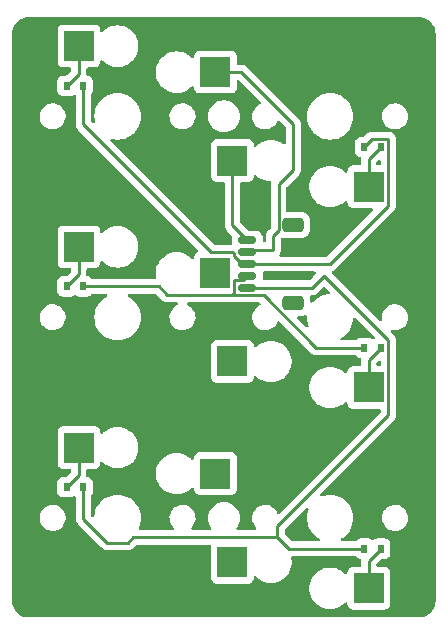
<source format=gbr>
%TF.GenerationSoftware,KiCad,Pcbnew,(7.0.0-0)*%
%TF.CreationDate,2023-06-15T11:55:35+08:00*%
%TF.ProjectId,thumb,7468756d-622e-46b6-9963-61645f706362,v1.0.0*%
%TF.SameCoordinates,Original*%
%TF.FileFunction,Copper,L2,Bot*%
%TF.FilePolarity,Positive*%
%FSLAX46Y46*%
G04 Gerber Fmt 4.6, Leading zero omitted, Abs format (unit mm)*
G04 Created by KiCad (PCBNEW (7.0.0-0)) date 2023-06-15 11:55:35*
%MOMM*%
%LPD*%
G01*
G04 APERTURE LIST*
G04 Aperture macros list*
%AMRoundRect*
0 Rectangle with rounded corners*
0 $1 Rounding radius*
0 $2 $3 $4 $5 $6 $7 $8 $9 X,Y pos of 4 corners*
0 Add a 4 corners polygon primitive as box body*
4,1,4,$2,$3,$4,$5,$6,$7,$8,$9,$2,$3,0*
0 Add four circle primitives for the rounded corners*
1,1,$1+$1,$2,$3*
1,1,$1+$1,$4,$5*
1,1,$1+$1,$6,$7*
1,1,$1+$1,$8,$9*
0 Add four rect primitives between the rounded corners*
20,1,$1+$1,$2,$3,$4,$5,0*
20,1,$1+$1,$4,$5,$6,$7,0*
20,1,$1+$1,$6,$7,$8,$9,0*
20,1,$1+$1,$8,$9,$2,$3,0*%
G04 Aperture macros list end*
%TA.AperFunction,SMDPad,CuDef*%
%ADD10RoundRect,0.150000X-0.625000X0.150000X-0.625000X-0.150000X0.625000X-0.150000X0.625000X0.150000X0*%
%TD*%
%TA.AperFunction,SMDPad,CuDef*%
%ADD11RoundRect,0.250000X-0.650000X0.350000X-0.650000X-0.350000X0.650000X-0.350000X0.650000X0.350000X0*%
%TD*%
%TA.AperFunction,SMDPad,CuDef*%
%ADD12R,2.600000X2.600000*%
%TD*%
%TA.AperFunction,ComponentPad*%
%ADD13C,0.600000*%
%TD*%
%TA.AperFunction,SMDPad,CuDef*%
%ADD14R,0.600000X0.700000*%
%TD*%
%TA.AperFunction,Conductor*%
%ADD15C,0.250000*%
%TD*%
G04 APERTURE END LIST*
D10*
%TO.P,JC1,5*%
%TO.N,R2*%
X11000000Y19500000D03*
%TO.P,JC1,4*%
%TO.N,R1*%
X11000000Y20500000D03*
%TO.P,JC1,3*%
%TO.N,R0*%
X11000000Y21500000D03*
%TO.P,JC1,2*%
%TO.N,C6*%
X11000000Y22500000D03*
%TO.P,JC1,1*%
%TO.N,C5*%
X11000000Y23500000D03*
D11*
%TO.P,JC1,MP*%
%TO.N,N/C*%
X14875000Y24800000D03*
X14875000Y18200000D03*
%TD*%
D12*
%TO.P,S1,1*%
%TO.N,C5_R0D*%
X21274999Y28049999D03*
%TO.P,S1,2*%
%TO.N,C5*%
X9724999Y30249999D03*
D13*
%TO.P,S1,3*%
%TO.N,C5_R0D*%
X21275000Y28050000D03*
%TO.P,S1,4*%
%TO.N,C5*%
X9725000Y30250000D03*
%TD*%
D14*
%TO.P,D1,1*%
%TO.N,R0*%
X20899999Y31399999D03*
%TO.P,D1,2*%
%TO.N,C5_R0D*%
X22299999Y31399999D03*
%TD*%
D12*
%TO.P,S2,1*%
%TO.N,C5_R1D*%
X21274999Y11049999D03*
%TO.P,S2,2*%
%TO.N,C5*%
X9724999Y13249999D03*
D13*
%TO.P,S2,3*%
%TO.N,C5_R1D*%
X21275000Y11050000D03*
%TO.P,S2,4*%
%TO.N,C5*%
X9725000Y13250000D03*
%TD*%
D14*
%TO.P,D2,1*%
%TO.N,R1*%
X20899999Y14399999D03*
%TO.P,D2,2*%
%TO.N,C5_R1D*%
X22299999Y14399999D03*
%TD*%
D12*
%TO.P,S3,1*%
%TO.N,C5_R2D*%
X21274999Y-5949999D03*
%TO.P,S3,2*%
%TO.N,C5*%
X9724999Y-3749999D03*
D13*
%TO.P,S3,3*%
%TO.N,C5_R2D*%
X21275000Y-5950000D03*
%TO.P,S3,4*%
%TO.N,C5*%
X9725000Y-3750000D03*
%TD*%
D14*
%TO.P,D3,1*%
%TO.N,R2*%
X20899999Y-2599999D03*
%TO.P,D3,2*%
%TO.N,C5_R2D*%
X22299999Y-2599999D03*
%TD*%
D12*
%TO.P,S4,1*%
%TO.N,C6_R0D*%
X-3274999Y39949999D03*
%TO.P,S4,2*%
%TO.N,C6*%
X8274999Y37749999D03*
D13*
%TO.P,S4,3*%
%TO.N,C6_R0D*%
X-3275000Y39950000D03*
%TO.P,S4,4*%
%TO.N,C6*%
X8275000Y37750000D03*
%TD*%
D14*
%TO.P,D4,1*%
%TO.N,R0*%
X-2899999Y36599999D03*
%TO.P,D4,2*%
%TO.N,C6_R0D*%
X-4299999Y36599999D03*
%TD*%
D12*
%TO.P,S5,1*%
%TO.N,C6_R1D*%
X-3274999Y22949999D03*
%TO.P,S5,2*%
%TO.N,C6*%
X8274999Y20749999D03*
D13*
%TO.P,S5,3*%
%TO.N,C6_R1D*%
X-3275000Y22950000D03*
%TO.P,S5,4*%
%TO.N,C6*%
X8275000Y20750000D03*
%TD*%
D14*
%TO.P,D5,1*%
%TO.N,R1*%
X-2899999Y19599999D03*
%TO.P,D5,2*%
%TO.N,C6_R1D*%
X-4299999Y19599999D03*
%TD*%
D12*
%TO.P,S6,1*%
%TO.N,C6_R2D*%
X-3274999Y5949999D03*
%TO.P,S6,2*%
%TO.N,C6*%
X8274999Y3749999D03*
D13*
%TO.P,S6,3*%
%TO.N,C6_R2D*%
X-3275000Y5950000D03*
%TO.P,S6,4*%
%TO.N,C6*%
X8275000Y3750000D03*
%TD*%
D14*
%TO.P,D6,1*%
%TO.N,R2*%
X-2899999Y2599999D03*
%TO.P,D6,2*%
%TO.N,C6_R2D*%
X-4299999Y2599999D03*
%TD*%
D15*
%TO.N,C5*%
X9725000Y24775000D02*
X11000000Y23500000D01*
X9725000Y30250000D02*
X9725000Y24775000D01*
%TO.N,C6*%
X13650000Y24350000D02*
X13200000Y23900000D01*
X8275000Y37750000D02*
X10483684Y37750000D01*
X10483684Y37750000D02*
X14875000Y33358684D01*
X11200000Y22700000D02*
X11000000Y22500000D01*
X14875000Y29473350D02*
X13650000Y28248350D01*
X13200000Y22700000D02*
X11200000Y22700000D01*
X13650000Y28248350D02*
X13650000Y24350000D01*
X13200000Y23900000D02*
X13200000Y22700000D01*
X14875000Y33358684D02*
X14875000Y29473350D01*
%TO.N,R0*%
X7907017Y22507017D02*
X9767983Y22507017D01*
X-2900000Y33314035D02*
X7907017Y22507017D01*
X17975000Y21500000D02*
X22925000Y26450000D01*
X9767983Y22507017D02*
X9900000Y22375000D01*
X11000000Y21500000D02*
X17975000Y21500000D01*
X21575000Y32075000D02*
X20900000Y31400000D01*
X9900000Y22375000D02*
X9900000Y22153249D01*
X9900000Y22153249D02*
X10553249Y21500000D01*
X10553249Y21500000D02*
X11000000Y21500000D01*
X22925000Y32075000D02*
X21575000Y32075000D01*
X22925000Y26450000D02*
X22925000Y32075000D01*
X-2900000Y36600000D02*
X-2900000Y33314035D01*
%TO.N,R1*%
X4223350Y18875000D02*
X9650000Y18875000D01*
X9650000Y18875000D02*
X9900000Y19125000D01*
X12358684Y18875000D02*
X9650000Y18875000D01*
X3498350Y19600000D02*
X4223350Y18875000D01*
X11000000Y20500000D02*
X10653249Y20153249D01*
X10653249Y20153249D02*
X9900000Y20153249D01*
X9900000Y19125000D02*
X9900000Y20153249D01*
X20900000Y14400000D02*
X16833684Y14400000D01*
X16833684Y14400000D02*
X12358684Y18875000D01*
X-2900000Y19600000D02*
X3498350Y19600000D01*
%TO.N,R2*%
X22925000Y8691316D02*
X13529149Y-704535D01*
X13529149Y-704535D02*
X13529149Y-1627499D01*
X865499Y-2089500D02*
X-865499Y-2089500D01*
X13529149Y-1627499D02*
X1327499Y-1627499D01*
X1327499Y-1627499D02*
X865499Y-2089500D01*
X14501650Y-2600000D02*
X13529149Y-1627499D01*
X-2900000Y-54999D02*
X-2900000Y2600000D01*
X16500000Y19500000D02*
X11000000Y19500000D01*
X17500000Y20500000D02*
X22925000Y15075000D01*
X22925000Y15075000D02*
X22925000Y8691316D01*
X-865499Y-2089500D02*
X-2900000Y-54999D01*
X17500000Y20500000D02*
X16500000Y19500000D01*
X20900000Y-2600000D02*
X14501650Y-2600000D01*
%TO.N,C5_R0D*%
X21275000Y30375000D02*
X22300000Y31400000D01*
X21275000Y28050000D02*
X21275000Y30375000D01*
%TO.N,C5_R1D*%
X21275000Y11050000D02*
X21275000Y13375000D01*
X21275000Y13375000D02*
X22300000Y14400000D01*
%TO.N,C5_R2D*%
X21275000Y-3625000D02*
X22300000Y-2600000D01*
X21275000Y-5950000D02*
X21275000Y-3625000D01*
%TO.N,C6_R0D*%
X-3275000Y37625000D02*
X-4300000Y36600000D01*
X-3275000Y39950000D02*
X-3275000Y37625000D01*
%TO.N,C6_R1D*%
X-3275000Y20625000D02*
X-4300000Y19600000D01*
X-3275000Y22950000D02*
X-3275000Y20625000D01*
%TO.N,C6_R2D*%
X-3275000Y3625000D02*
X-4300000Y2600000D01*
X-3275000Y5950000D02*
X-3275000Y3625000D01*
%TD*%
%TA.AperFunction,NonConductor*%
G36*
X25504854Y42424118D02*
G01*
X25713113Y42407727D01*
X25732331Y42404683D01*
X25930705Y42357058D01*
X25949211Y42351045D01*
X26137694Y42272972D01*
X26155031Y42264139D01*
X26328981Y42157543D01*
X26344722Y42146106D01*
X26499859Y42013606D01*
X26513606Y41999859D01*
X26641029Y41850665D01*
X26646106Y41844722D01*
X26657543Y41828981D01*
X26764139Y41655031D01*
X26772972Y41637694D01*
X26851045Y41449211D01*
X26857058Y41430705D01*
X26904683Y41232331D01*
X26907727Y41213113D01*
X26924118Y41004854D01*
X26924500Y40995125D01*
X26924500Y-6995125D01*
X26924118Y-7004854D01*
X26907727Y-7213113D01*
X26904683Y-7232331D01*
X26857058Y-7430705D01*
X26851045Y-7449211D01*
X26772972Y-7637694D01*
X26764139Y-7655031D01*
X26657543Y-7828981D01*
X26646105Y-7844722D01*
X26513606Y-7999859D01*
X26499859Y-8013606D01*
X26350665Y-8141029D01*
X26344722Y-8146106D01*
X26328981Y-8157543D01*
X26155031Y-8264139D01*
X26137694Y-8272972D01*
X25949211Y-8351045D01*
X25930705Y-8357058D01*
X25732331Y-8404683D01*
X25713113Y-8407727D01*
X25504854Y-8424118D01*
X25495125Y-8424500D01*
X-7495125Y-8424500D01*
X-7504854Y-8424118D01*
X-7713113Y-8407727D01*
X-7732331Y-8404683D01*
X-7930705Y-8357058D01*
X-7949211Y-8351045D01*
X-8137694Y-8272972D01*
X-8155031Y-8264138D01*
X-8328977Y-8157543D01*
X-8344719Y-8146106D01*
X-8499852Y-8013610D01*
X-8513610Y-7999852D01*
X-8646106Y-7844719D01*
X-8657543Y-7828977D01*
X-8764138Y-7655031D01*
X-8772972Y-7637694D01*
X-8851045Y-7449211D01*
X-8857058Y-7430705D01*
X-8904683Y-7232331D01*
X-8907727Y-7213113D01*
X-8924118Y-7004854D01*
X-8924500Y-6995125D01*
X-8924500Y52645D01*
X-6605157Y52645D01*
X-6595148Y-157459D01*
X-6545558Y-361871D01*
X-6458179Y-553205D01*
X-6336169Y-724544D01*
X-6183937Y-869697D01*
X-6006986Y-983416D01*
X-5811712Y-1061593D01*
X-5605171Y-1101400D01*
X-5450486Y-1101400D01*
X-5447532Y-1101400D01*
X-5290611Y-1086416D01*
X-5088789Y-1027156D01*
X-4901830Y-930771D01*
X-4736490Y-800747D01*
X-4673994Y-728623D01*
X-4602611Y-646243D01*
X-4602609Y-646240D01*
X-4598745Y-641781D01*
X-4493574Y-459619D01*
X-4491641Y-454035D01*
X-4491639Y-454030D01*
X-4426709Y-266427D01*
X-4426707Y-266421D01*
X-4424778Y-260846D01*
X-4423938Y-255007D01*
X-4423937Y-255001D01*
X-4395682Y-58484D01*
X-4395681Y-58478D01*
X-4394843Y-52645D01*
X-4395123Y-46760D01*
X-4395123Y-46753D01*
X-4404571Y151561D01*
X-4404852Y157459D01*
X-4429429Y258768D01*
X-4453049Y356130D01*
X-4453049Y356132D01*
X-4454442Y361871D01*
X-4456895Y367242D01*
X-4456897Y367248D01*
X-4539363Y547824D01*
X-4539366Y547829D01*
X-4541821Y553205D01*
X-4663831Y724544D01*
X-4816063Y869697D01*
X-4993014Y983416D01*
X-5188288Y1061593D01*
X-5394829Y1101400D01*
X-5552468Y1101400D01*
X-5709389Y1086416D01*
X-5911211Y1027156D01*
X-6098170Y930771D01*
X-6263510Y800747D01*
X-6401255Y641781D01*
X-6506426Y459619D01*
X-6575222Y260846D01*
X-6605157Y52645D01*
X-8924500Y52645D01*
X-8924500Y2201362D01*
X-5108500Y2201362D01*
X-5101989Y2140799D01*
X-5050889Y2003796D01*
X-4963261Y1886739D01*
X-4956164Y1881426D01*
X-4900569Y1839808D01*
X-4846204Y1799111D01*
X-4837896Y1796012D01*
X-4837894Y1796011D01*
X-4716463Y1750719D01*
X-4716458Y1750717D01*
X-4709201Y1748011D01*
X-4701497Y1747182D01*
X-4701494Y1747182D01*
X-4651924Y1741853D01*
X-4651918Y1741852D01*
X-4648638Y1741500D01*
X-3954672Y1741500D01*
X-3951362Y1741500D01*
X-3948082Y1741852D01*
X-3948075Y1741853D01*
X-3898505Y1747182D01*
X-3898500Y1747182D01*
X-3890799Y1748011D01*
X-3883543Y1750717D01*
X-3883536Y1750719D01*
X-3762105Y1796011D01*
X-3762099Y1796013D01*
X-3753796Y1799111D01*
X-3746698Y1804423D01*
X-3746695Y1804426D01*
X-3731811Y1815569D01*
X-3668553Y1839808D01*
X-3601996Y1827186D01*
X-3552005Y1781469D01*
X-3533500Y1716302D01*
X-3533500Y23847D01*
X-3534031Y12563D01*
X-3535702Y5092D01*
X-3535372Y-5395D01*
X-3533561Y-63016D01*
X-3533500Y-66912D01*
X-3533500Y-94855D01*
X-3533011Y-98722D01*
X-3533011Y-98723D01*
X-3532983Y-98946D01*
X-3532064Y-110607D01*
X-3530673Y-154888D01*
X-3524977Y-174489D01*
X-3521032Y-193540D01*
X-3518474Y-213796D01*
X-3512051Y-230017D01*
X-3502163Y-254992D01*
X-3498379Y-266042D01*
X-3486018Y-308592D01*
X-3475625Y-326164D01*
X-3467068Y-343631D01*
X-3459552Y-362616D01*
X-3433498Y-398474D01*
X-3427096Y-408222D01*
X-3404542Y-446361D01*
X-3392472Y-458430D01*
X-3390112Y-460790D01*
X-3377472Y-475587D01*
X-3365472Y-492106D01*
X-3331318Y-520359D01*
X-3322699Y-528202D01*
X-1369185Y-2481717D01*
X-1361601Y-2490052D01*
X-1357499Y-2496518D01*
X-1307794Y-2543191D01*
X-1305093Y-2545809D01*
X-1285269Y-2565635D01*
X-1282016Y-2568158D01*
X-1273123Y-2575751D01*
X-1240820Y-2606086D01*
X-1222924Y-2615923D01*
X-1206676Y-2626596D01*
X-1190540Y-2639114D01*
X-1149863Y-2656715D01*
X-1139386Y-2661848D01*
X-1100559Y-2683195D01*
X-1080772Y-2688274D01*
X-1062384Y-2694570D01*
X-1043644Y-2702681D01*
X-999875Y-2709612D01*
X-988441Y-2711981D01*
X-945529Y-2723000D01*
X-925114Y-2723000D01*
X-905715Y-2724527D01*
X-885556Y-2727720D01*
X-847739Y-2724145D01*
X-841441Y-2723550D01*
X-829772Y-2723000D01*
X786653Y-2723000D01*
X797936Y-2723531D01*
X805408Y-2725202D01*
X873516Y-2723060D01*
X877412Y-2723000D01*
X901457Y-2723000D01*
X905355Y-2723000D01*
X909223Y-2722511D01*
X909446Y-2722483D01*
X921108Y-2721564D01*
X965389Y-2720173D01*
X984986Y-2714478D01*
X1004041Y-2710532D01*
X1024296Y-2707974D01*
X1065492Y-2691662D01*
X1076541Y-2687880D01*
X1119093Y-2675518D01*
X1129262Y-2669503D01*
X1136663Y-2665127D01*
X1154136Y-2656566D01*
X1173116Y-2649052D01*
X1208973Y-2622999D01*
X1218711Y-2616603D01*
X1256862Y-2594041D01*
X1271292Y-2579610D01*
X1286087Y-2566972D01*
X1302606Y-2554972D01*
X1330860Y-2520817D01*
X1338703Y-2512198D01*
X1553584Y-2297317D01*
X1593812Y-2270438D01*
X1641265Y-2260999D01*
X7793544Y-2260999D01*
X7859336Y-2279892D01*
X7905079Y-2330814D01*
X7916214Y-2394696D01*
X7917032Y-2394740D01*
X7916853Y-2398075D01*
X7916500Y-2401362D01*
X7916500Y-5098638D01*
X7923011Y-5159201D01*
X7925717Y-5166458D01*
X7925719Y-5166463D01*
X7937293Y-5197493D01*
X7974111Y-5296204D01*
X8061739Y-5413261D01*
X8178796Y-5500889D01*
X8315799Y-5551989D01*
X8376362Y-5558500D01*
X11070328Y-5558500D01*
X11073638Y-5558500D01*
X11134201Y-5551989D01*
X11271204Y-5500889D01*
X11388261Y-5413261D01*
X11475889Y-5296204D01*
X11526989Y-5159201D01*
X11533500Y-5098638D01*
X11533500Y-5059046D01*
X11547439Y-5001926D01*
X11586124Y-4957649D01*
X11640855Y-4936168D01*
X11699329Y-4942314D01*
X11748398Y-4974704D01*
X11806019Y-5036805D01*
X12011143Y-5200386D01*
X12238357Y-5331568D01*
X12482584Y-5427420D01*
X12738370Y-5485802D01*
X12934506Y-5500500D01*
X13063177Y-5500500D01*
X13065494Y-5500500D01*
X13261630Y-5485802D01*
X13517416Y-5427420D01*
X13761643Y-5331568D01*
X13988857Y-5200386D01*
X14193981Y-5036805D01*
X14372433Y-4844479D01*
X14520228Y-4627704D01*
X14634063Y-4391323D01*
X14711396Y-4140615D01*
X14750500Y-3881182D01*
X14750500Y-3618818D01*
X14749809Y-3614232D01*
X14713898Y-3375981D01*
X14717359Y-3323173D01*
X14742524Y-3276616D01*
X14784810Y-3244793D01*
X14836513Y-3233500D01*
X20114961Y-3233500D01*
X20170465Y-3246616D01*
X20214226Y-3283187D01*
X20236739Y-3313261D01*
X20353796Y-3400889D01*
X20490799Y-3451989D01*
X20528065Y-3455995D01*
X20528545Y-3456047D01*
X20590071Y-3480424D01*
X20630296Y-3532974D01*
X20636703Y-3589394D01*
X20638246Y-3589443D01*
X20638000Y-3597234D01*
X20636780Y-3604943D01*
X20637514Y-3612708D01*
X20637514Y-3612711D01*
X20640950Y-3649058D01*
X20641500Y-3660727D01*
X20641500Y-4017500D01*
X20624887Y-4079500D01*
X20579500Y-4124887D01*
X20517500Y-4141500D01*
X19926362Y-4141500D01*
X19923082Y-4141852D01*
X19923075Y-4141853D01*
X19873505Y-4147182D01*
X19873500Y-4147182D01*
X19865799Y-4148011D01*
X19858543Y-4150717D01*
X19858536Y-4150719D01*
X19737105Y-4196011D01*
X19737099Y-4196013D01*
X19728796Y-4199111D01*
X19721698Y-4204423D01*
X19721695Y-4204426D01*
X19618835Y-4281426D01*
X19618831Y-4281429D01*
X19611739Y-4286739D01*
X19606429Y-4293831D01*
X19606426Y-4293835D01*
X19529426Y-4396695D01*
X19529423Y-4396698D01*
X19524111Y-4403796D01*
X19521013Y-4412099D01*
X19521011Y-4412105D01*
X19475719Y-4533536D01*
X19475717Y-4533543D01*
X19473011Y-4540799D01*
X19472182Y-4548500D01*
X19472182Y-4548505D01*
X19466853Y-4598075D01*
X19466500Y-4601362D01*
X19466500Y-4604672D01*
X19466500Y-4640954D01*
X19452561Y-4698074D01*
X19413876Y-4742351D01*
X19359145Y-4763832D01*
X19300671Y-4757686D01*
X19251601Y-4725295D01*
X19197136Y-4666595D01*
X19197134Y-4666593D01*
X19193981Y-4663195D01*
X18988857Y-4499614D01*
X18837287Y-4412105D01*
X18765664Y-4370753D01*
X18765658Y-4370750D01*
X18761643Y-4368432D01*
X18757324Y-4366737D01*
X18757318Y-4366734D01*
X18521738Y-4274276D01*
X18521734Y-4274275D01*
X18517416Y-4272580D01*
X18512893Y-4271547D01*
X18512891Y-4271547D01*
X18266149Y-4215229D01*
X18266143Y-4215228D01*
X18261630Y-4214198D01*
X18257008Y-4213851D01*
X18257004Y-4213851D01*
X18067808Y-4199673D01*
X18067797Y-4199672D01*
X18065494Y-4199500D01*
X17934506Y-4199500D01*
X17932203Y-4199672D01*
X17932191Y-4199673D01*
X17742995Y-4213851D01*
X17742989Y-4213851D01*
X17738370Y-4214198D01*
X17733858Y-4215227D01*
X17733850Y-4215229D01*
X17487108Y-4271547D01*
X17487102Y-4271548D01*
X17482584Y-4272580D01*
X17478268Y-4274273D01*
X17478261Y-4274276D01*
X17242681Y-4366734D01*
X17242670Y-4366739D01*
X17238357Y-4368432D01*
X17234346Y-4370747D01*
X17234335Y-4370753D01*
X17015161Y-4497294D01*
X17011143Y-4499614D01*
X17007519Y-4502503D01*
X17007516Y-4502506D01*
X16809646Y-4660302D01*
X16809641Y-4660306D01*
X16806019Y-4663195D01*
X16802865Y-4666593D01*
X16802863Y-4666596D01*
X16630719Y-4852123D01*
X16630713Y-4852129D01*
X16627567Y-4855521D01*
X16624957Y-4859348D01*
X16624957Y-4859349D01*
X16488806Y-5059046D01*
X16479772Y-5072296D01*
X16477759Y-5076474D01*
X16477756Y-5076481D01*
X16367949Y-5304497D01*
X16367944Y-5304508D01*
X16365937Y-5308677D01*
X16364574Y-5313093D01*
X16364569Y-5313108D01*
X16289971Y-5554951D01*
X16289968Y-5554959D01*
X16288604Y-5559385D01*
X16287914Y-5563961D01*
X16287912Y-5563971D01*
X16250190Y-5814234D01*
X16250189Y-5814246D01*
X16249500Y-5818818D01*
X16249500Y-6081182D01*
X16250189Y-6085754D01*
X16250190Y-6085765D01*
X16287912Y-6336028D01*
X16287913Y-6336035D01*
X16288604Y-6340615D01*
X16289969Y-6345043D01*
X16289971Y-6345048D01*
X16364569Y-6586891D01*
X16364573Y-6586901D01*
X16365937Y-6591323D01*
X16479772Y-6827704D01*
X16627567Y-7044479D01*
X16806019Y-7236805D01*
X17011143Y-7400386D01*
X17238357Y-7531568D01*
X17482584Y-7627420D01*
X17738370Y-7685802D01*
X17934506Y-7700500D01*
X18063177Y-7700500D01*
X18065494Y-7700500D01*
X18261630Y-7685802D01*
X18517416Y-7627420D01*
X18761643Y-7531568D01*
X18988857Y-7400386D01*
X19193981Y-7236805D01*
X19251601Y-7174704D01*
X19300671Y-7142314D01*
X19359145Y-7136168D01*
X19413876Y-7157649D01*
X19452561Y-7201926D01*
X19466500Y-7259046D01*
X19466500Y-7298638D01*
X19473011Y-7359201D01*
X19475717Y-7366458D01*
X19475719Y-7366463D01*
X19506583Y-7449211D01*
X19524111Y-7496204D01*
X19611739Y-7613261D01*
X19728796Y-7700889D01*
X19865799Y-7751989D01*
X19926362Y-7758500D01*
X22620328Y-7758500D01*
X22623638Y-7758500D01*
X22684201Y-7751989D01*
X22821204Y-7700889D01*
X22938261Y-7613261D01*
X23025889Y-7496204D01*
X23076989Y-7359201D01*
X23083500Y-7298638D01*
X23083500Y-4601362D01*
X23076989Y-4540799D01*
X23025889Y-4403796D01*
X22938261Y-4286739D01*
X22921612Y-4274276D01*
X22828304Y-4204426D01*
X22828303Y-4204425D01*
X22821204Y-4199111D01*
X22812896Y-4196012D01*
X22812894Y-4196011D01*
X22691463Y-4150719D01*
X22691458Y-4150717D01*
X22684201Y-4148011D01*
X22676497Y-4147182D01*
X22676494Y-4147182D01*
X22626924Y-4141853D01*
X22626918Y-4141852D01*
X22623638Y-4141500D01*
X22620328Y-4141500D01*
X22032500Y-4141500D01*
X21970500Y-4124887D01*
X21925113Y-4079500D01*
X21908500Y-4017500D01*
X21908500Y-3938766D01*
X21917939Y-3891313D01*
X21944819Y-3851085D01*
X22301086Y-3494819D01*
X22341314Y-3467939D01*
X22388767Y-3458500D01*
X22645328Y-3458500D01*
X22648638Y-3458500D01*
X22709201Y-3451989D01*
X22846204Y-3400889D01*
X22963261Y-3313261D01*
X23050889Y-3196204D01*
X23101989Y-3059201D01*
X23108500Y-2998638D01*
X23108500Y-2201362D01*
X23101989Y-2140799D01*
X23050889Y-2003796D01*
X22963261Y-1886739D01*
X22954941Y-1880511D01*
X22853304Y-1804426D01*
X22853303Y-1804425D01*
X22846204Y-1799111D01*
X22837896Y-1796012D01*
X22837894Y-1796011D01*
X22716463Y-1750719D01*
X22716458Y-1750717D01*
X22709201Y-1748011D01*
X22701497Y-1747182D01*
X22701494Y-1747182D01*
X22651924Y-1741853D01*
X22651918Y-1741852D01*
X22648638Y-1741500D01*
X21951362Y-1741500D01*
X21948082Y-1741852D01*
X21948075Y-1741853D01*
X21898505Y-1747182D01*
X21898500Y-1747182D01*
X21890799Y-1748011D01*
X21883543Y-1750717D01*
X21883536Y-1750719D01*
X21762105Y-1796011D01*
X21762099Y-1796013D01*
X21753796Y-1799111D01*
X21746700Y-1804422D01*
X21746696Y-1804425D01*
X21674310Y-1858613D01*
X21626358Y-1880511D01*
X21573642Y-1880511D01*
X21525690Y-1858613D01*
X21453303Y-1804425D01*
X21453301Y-1804424D01*
X21446204Y-1799111D01*
X21437896Y-1796012D01*
X21437894Y-1796011D01*
X21316463Y-1750719D01*
X21316458Y-1750717D01*
X21309201Y-1748011D01*
X21301497Y-1747182D01*
X21301494Y-1747182D01*
X21251924Y-1741853D01*
X21251918Y-1741852D01*
X21248638Y-1741500D01*
X20551362Y-1741500D01*
X20548082Y-1741852D01*
X20548075Y-1741853D01*
X20498505Y-1747182D01*
X20498500Y-1747182D01*
X20490799Y-1748011D01*
X20483543Y-1750717D01*
X20483536Y-1750719D01*
X20362105Y-1796011D01*
X20362099Y-1796013D01*
X20353796Y-1799111D01*
X20346698Y-1804423D01*
X20346695Y-1804426D01*
X20243836Y-1881426D01*
X20236739Y-1886739D01*
X20231427Y-1893834D01*
X20231427Y-1893835D01*
X20214228Y-1916811D01*
X20170465Y-1953384D01*
X20114961Y-1966500D01*
X18984615Y-1966500D01*
X18922105Y-1949591D01*
X18876642Y-1903475D01*
X18860628Y-1840729D01*
X18878428Y-1778467D01*
X18925188Y-1733668D01*
X18949620Y-1720326D01*
X19065073Y-1657285D01*
X19290088Y-1488841D01*
X19488841Y-1290088D01*
X19657285Y-1065073D01*
X19791992Y-818375D01*
X19890219Y-555018D01*
X19949967Y-280363D01*
X19970019Y0D01*
X19966254Y52645D01*
X22394843Y52645D01*
X22395123Y46760D01*
X22395123Y46753D01*
X22402341Y-104758D01*
X22404852Y-157459D01*
X22423762Y-235408D01*
X22441516Y-308592D01*
X22454442Y-361871D01*
X22456895Y-367242D01*
X22456897Y-367248D01*
X22539363Y-547824D01*
X22539365Y-547828D01*
X22541821Y-553205D01*
X22663831Y-724544D01*
X22816063Y-869697D01*
X22993014Y-983416D01*
X23188288Y-1061593D01*
X23394829Y-1101400D01*
X23549514Y-1101400D01*
X23552468Y-1101400D01*
X23709389Y-1086416D01*
X23911211Y-1027156D01*
X24098170Y-930771D01*
X24263510Y-800747D01*
X24401255Y-641781D01*
X24506426Y-459619D01*
X24575222Y-260846D01*
X24605157Y-52645D01*
X24595148Y157459D01*
X24545558Y361871D01*
X24458179Y553205D01*
X24336169Y724544D01*
X24183937Y869697D01*
X24006986Y983416D01*
X23811712Y1061593D01*
X23605171Y1101400D01*
X23447532Y1101400D01*
X23290611Y1086416D01*
X23088789Y1027156D01*
X22901830Y930771D01*
X22736490Y800747D01*
X22732621Y796282D01*
X22629982Y677830D01*
X22598745Y641781D01*
X22493574Y459619D01*
X22491641Y454035D01*
X22491639Y454030D01*
X22426709Y266427D01*
X22426707Y266421D01*
X22424778Y260846D01*
X22423938Y255007D01*
X22423937Y255001D01*
X22395682Y58484D01*
X22395681Y58478D01*
X22394843Y52645D01*
X19966254Y52645D01*
X19949967Y280363D01*
X19890219Y555018D01*
X19791992Y818375D01*
X19657285Y1065073D01*
X19488841Y1290088D01*
X19290088Y1488841D01*
X19065073Y1657285D01*
X18818375Y1791992D01*
X18555018Y1890219D01*
X18280363Y1949967D01*
X18070175Y1965000D01*
X17929825Y1965000D01*
X17719637Y1949967D01*
X17444982Y1890219D01*
X17309825Y1839808D01*
X17300972Y1836506D01*
X17234751Y1830819D01*
X17175105Y1860144D01*
X17139172Y1916058D01*
X17137274Y1982495D01*
X17169957Y2040369D01*
X18743823Y3614234D01*
X23317207Y8187618D01*
X23325555Y8195214D01*
X23332018Y8199316D01*
X23378674Y8249000D01*
X23381353Y8251764D01*
X23398378Y8268789D01*
X23401135Y8271546D01*
X23403674Y8274819D01*
X23411259Y8283699D01*
X23436246Y8310308D01*
X23436246Y8310309D01*
X23441586Y8315995D01*
X23451418Y8333881D01*
X23462102Y8350145D01*
X23469831Y8360108D01*
X23469833Y8360111D01*
X23474614Y8366275D01*
X23492207Y8406932D01*
X23497348Y8417427D01*
X23499052Y8420527D01*
X23518695Y8456256D01*
X23523772Y8476032D01*
X23530075Y8494439D01*
X23535081Y8506007D01*
X23535081Y8506008D01*
X23538181Y8513171D01*
X23545112Y8556937D01*
X23547477Y8568357D01*
X23558500Y8611286D01*
X23558500Y8631701D01*
X23560027Y8651099D01*
X23560072Y8651387D01*
X23563220Y8671259D01*
X23559050Y8715374D01*
X23558500Y8727043D01*
X23558500Y14996152D01*
X23559031Y15007436D01*
X23560702Y15014908D01*
X23558560Y15083030D01*
X23558500Y15086925D01*
X23558500Y15110958D01*
X23558500Y15114856D01*
X23557984Y15118938D01*
X23557065Y15130603D01*
X23556726Y15141387D01*
X23555674Y15174889D01*
X23549976Y15194501D01*
X23546033Y15213538D01*
X23543474Y15233797D01*
X23527166Y15274985D01*
X23523383Y15286034D01*
X23513196Y15321099D01*
X23511019Y15328593D01*
X23500622Y15346171D01*
X23492065Y15363639D01*
X23484552Y15382617D01*
X23458503Y15418468D01*
X23452100Y15428217D01*
X23429542Y15466362D01*
X23415110Y15480793D01*
X23402472Y15495588D01*
X23390472Y15512107D01*
X23356318Y15540360D01*
X23347699Y15548203D01*
X23188372Y15707530D01*
X23156751Y15761408D01*
X23155412Y15823869D01*
X23184699Y15879054D01*
X23237175Y15912956D01*
X23299521Y15916968D01*
X23389029Y15899717D01*
X23389037Y15899716D01*
X23394829Y15898600D01*
X23549514Y15898600D01*
X23552468Y15898600D01*
X23555397Y15898879D01*
X23555403Y15898880D01*
X23703508Y15913022D01*
X23703512Y15913022D01*
X23709389Y15913584D01*
X23715058Y15915248D01*
X23715060Y15915249D01*
X23905545Y15971180D01*
X23905548Y15971181D01*
X23911211Y15972844D01*
X23916460Y15975550D01*
X24092920Y16066522D01*
X24092923Y16066524D01*
X24098170Y16069229D01*
X24232802Y16175104D01*
X24258864Y16195599D01*
X24258866Y16195601D01*
X24263510Y16199253D01*
X24333714Y16280273D01*
X24397388Y16353756D01*
X24397388Y16353757D01*
X24401255Y16358219D01*
X24506426Y16540381D01*
X24575222Y16739154D01*
X24605157Y16947355D01*
X24595148Y17157459D01*
X24545558Y17361871D01*
X24458179Y17553205D01*
X24336169Y17724544D01*
X24183937Y17869697D01*
X24006986Y17983416D01*
X23811712Y18061593D01*
X23605171Y18101400D01*
X23447532Y18101400D01*
X23290611Y18086416D01*
X23088789Y18027156D01*
X22901830Y17930771D01*
X22736490Y17800747D01*
X22732621Y17796282D01*
X22670460Y17724544D01*
X22598745Y17641781D01*
X22493574Y17459619D01*
X22491641Y17454035D01*
X22491639Y17454030D01*
X22426709Y17266427D01*
X22426707Y17266421D01*
X22424778Y17260846D01*
X22423938Y17255007D01*
X22423937Y17255001D01*
X22395682Y17058484D01*
X22395681Y17058478D01*
X22394843Y17052645D01*
X22395123Y17046760D01*
X22395123Y17046753D01*
X22403076Y16879819D01*
X22404852Y16842541D01*
X22406241Y16836812D01*
X22406244Y16836797D01*
X22413304Y16807697D01*
X22411941Y16744095D01*
X22379218Y16689540D01*
X22323750Y16658390D01*
X22260135Y16658844D01*
X22205120Y16690782D01*
X18184698Y20711205D01*
X18153863Y20762423D01*
X18150578Y20822120D01*
X18175608Y20876415D01*
X18222523Y20912218D01*
X18228593Y20913982D01*
X18235308Y20917953D01*
X18246168Y20924375D01*
X18263631Y20932930D01*
X18275364Y20937576D01*
X18275365Y20937576D01*
X18282617Y20940448D01*
X18318462Y20966491D01*
X18328227Y20972905D01*
X18359644Y20991485D01*
X18366362Y20995458D01*
X18380793Y21009889D01*
X18395588Y21022525D01*
X18405791Y21029938D01*
X18405796Y21029943D01*
X18412107Y21034528D01*
X18440350Y21068668D01*
X18448212Y21077308D01*
X23317198Y25946294D01*
X23325551Y25953896D01*
X23332018Y25958000D01*
X23378658Y26007668D01*
X23381369Y26010465D01*
X23398379Y26027475D01*
X23401134Y26030230D01*
X23403659Y26033485D01*
X23411253Y26042378D01*
X23436249Y26068995D01*
X23436251Y26068998D01*
X23441586Y26074679D01*
X23451421Y26092568D01*
X23462101Y26108826D01*
X23469829Y26118789D01*
X23469832Y26118794D01*
X23474614Y26124959D01*
X23492207Y26165616D01*
X23497348Y26176111D01*
X23505195Y26190385D01*
X23518695Y26214940D01*
X23523772Y26234716D01*
X23530075Y26253123D01*
X23535081Y26264691D01*
X23535081Y26264692D01*
X23538181Y26271855D01*
X23545112Y26315621D01*
X23547477Y26327041D01*
X23558500Y26369970D01*
X23558500Y26390385D01*
X23560027Y26409783D01*
X23560072Y26410071D01*
X23563220Y26429943D01*
X23559050Y26474058D01*
X23558500Y26485727D01*
X23558500Y32003393D01*
X23560697Y32026629D01*
X23560813Y32027241D01*
X23560813Y32027242D01*
X23562275Y32034906D01*
X23558745Y32091015D01*
X23558500Y32098801D01*
X23558500Y32110963D01*
X23558500Y32114856D01*
X23556485Y32130800D01*
X23555756Y32138516D01*
X23552225Y32194650D01*
X23549622Y32202658D01*
X23544529Y32225445D01*
X23544451Y32226058D01*
X23543474Y32233797D01*
X23522771Y32286085D01*
X23520139Y32293398D01*
X23519677Y32294819D01*
X23502764Y32346875D01*
X23498253Y32353981D01*
X23487649Y32374793D01*
X23484552Y32382617D01*
X23451502Y32428104D01*
X23447141Y32434521D01*
X23417000Y32482018D01*
X23410861Y32487781D01*
X23395418Y32505298D01*
X23390472Y32512107D01*
X23347137Y32547955D01*
X23341320Y32553084D01*
X23300321Y32591586D01*
X23292945Y32595640D01*
X23273631Y32608766D01*
X23267144Y32614133D01*
X23216262Y32638075D01*
X23209340Y32641602D01*
X23160060Y32668695D01*
X23151898Y32670790D01*
X23129936Y32678697D01*
X23122318Y32682283D01*
X23067072Y32692821D01*
X23059515Y32694509D01*
X23005030Y32708500D01*
X22997229Y32708500D01*
X22996607Y32708500D01*
X22973371Y32710697D01*
X22972758Y32710813D01*
X22972757Y32710813D01*
X22965094Y32712275D01*
X22913833Y32709050D01*
X22908985Y32708745D01*
X22901199Y32708500D01*
X21653846Y32708500D01*
X21642562Y32709031D01*
X21635091Y32710702D01*
X21566983Y32708561D01*
X21563087Y32708500D01*
X21535144Y32708500D01*
X21531041Y32707981D01*
X21519390Y32707064D01*
X21475110Y32705673D01*
X21467622Y32703497D01*
X21467619Y32703497D01*
X21460385Y32701394D01*
X21455513Y32699979D01*
X21436452Y32696031D01*
X21416203Y32693474D01*
X21408952Y32690603D01*
X21375005Y32677162D01*
X21363949Y32673377D01*
X21321407Y32661018D01*
X21303824Y32650619D01*
X21286371Y32642070D01*
X21267383Y32634552D01*
X21231530Y32608503D01*
X21221779Y32602098D01*
X21216484Y32598967D01*
X21183638Y32579542D01*
X21178120Y32574024D01*
X21169203Y32565107D01*
X21154407Y32552470D01*
X21137893Y32540472D01*
X21132920Y32534460D01*
X21132916Y32534457D01*
X21109643Y32506325D01*
X21101781Y32497685D01*
X20898915Y32294819D01*
X20858687Y32267939D01*
X20811234Y32258500D01*
X20551362Y32258500D01*
X20490799Y32251989D01*
X20353796Y32200889D01*
X20236739Y32113261D01*
X20149111Y31996204D01*
X20146012Y31987896D01*
X20146011Y31987894D01*
X20100719Y31866463D01*
X20100717Y31866458D01*
X20098011Y31859201D01*
X20097182Y31851497D01*
X20097182Y31851494D01*
X20091853Y31801924D01*
X20091500Y31798638D01*
X20091500Y31001362D01*
X20091852Y30998082D01*
X20091853Y30998075D01*
X20097182Y30948505D01*
X20097182Y30948500D01*
X20098011Y30940799D01*
X20100717Y30933543D01*
X20100719Y30933536D01*
X20146011Y30812105D01*
X20146013Y30812099D01*
X20149111Y30803796D01*
X20154423Y30796698D01*
X20154426Y30796695D01*
X20231426Y30693835D01*
X20231429Y30693831D01*
X20236739Y30686739D01*
X20243831Y30681429D01*
X20243835Y30681426D01*
X20346695Y30604426D01*
X20346698Y30604423D01*
X20353796Y30599111D01*
X20362099Y30596013D01*
X20362105Y30596011D01*
X20483536Y30550719D01*
X20483543Y30550717D01*
X20490799Y30548011D01*
X20498498Y30547183D01*
X20498512Y30547180D01*
X20528548Y30543951D01*
X20590073Y30519573D01*
X20630298Y30467022D01*
X20636703Y30410605D01*
X20638246Y30410557D01*
X20638000Y30402765D01*
X20636780Y30395057D01*
X20637514Y30387291D01*
X20637514Y30387288D01*
X20640950Y30350942D01*
X20641500Y30339273D01*
X20641500Y29982500D01*
X20624887Y29920500D01*
X20579500Y29875113D01*
X20517500Y29858500D01*
X19926362Y29858500D01*
X19865799Y29851989D01*
X19728796Y29800889D01*
X19611739Y29713261D01*
X19524111Y29596204D01*
X19521012Y29587896D01*
X19521011Y29587894D01*
X19475719Y29466463D01*
X19475717Y29466458D01*
X19473011Y29459201D01*
X19466500Y29398638D01*
X19466500Y29395328D01*
X19466500Y29359046D01*
X19452561Y29301926D01*
X19413876Y29257649D01*
X19359145Y29236168D01*
X19300671Y29242314D01*
X19251601Y29274705D01*
X19193981Y29336805D01*
X18988857Y29500386D01*
X18761643Y29631568D01*
X18517416Y29727420D01*
X18261630Y29785802D01*
X18065494Y29800500D01*
X17934506Y29800500D01*
X17738370Y29785802D01*
X17482584Y29727420D01*
X17238357Y29631568D01*
X17011143Y29500386D01*
X16806019Y29336805D01*
X16627567Y29144479D01*
X16479772Y28927704D01*
X16477756Y28923519D01*
X16477756Y28923518D01*
X16371944Y28703796D01*
X16365937Y28691323D01*
X16364573Y28686901D01*
X16364569Y28686891D01*
X16289971Y28445048D01*
X16288604Y28440615D01*
X16287913Y28436035D01*
X16287912Y28436028D01*
X16250190Y28185765D01*
X16250189Y28185754D01*
X16249500Y28181182D01*
X16249500Y27918818D01*
X16250189Y27914246D01*
X16250190Y27914234D01*
X16287912Y27663971D01*
X16287914Y27663961D01*
X16288604Y27659385D01*
X16289968Y27654959D01*
X16289971Y27654951D01*
X16364569Y27413108D01*
X16364574Y27413093D01*
X16365937Y27408677D01*
X16367944Y27404508D01*
X16367949Y27404497D01*
X16477756Y27176481D01*
X16477759Y27176474D01*
X16479772Y27172296D01*
X16627567Y26955521D01*
X16630713Y26952129D01*
X16630719Y26952123D01*
X16773656Y26798074D01*
X16806019Y26763195D01*
X16809641Y26760306D01*
X16809646Y26760302D01*
X17007516Y26602506D01*
X17007519Y26602503D01*
X17011143Y26599614D01*
X17015159Y26597295D01*
X17015161Y26597294D01*
X17234335Y26470753D01*
X17234346Y26470747D01*
X17238357Y26468432D01*
X17242670Y26466739D01*
X17242681Y26466734D01*
X17478261Y26374276D01*
X17478268Y26374273D01*
X17482584Y26372580D01*
X17487102Y26371548D01*
X17487108Y26371547D01*
X17733850Y26315229D01*
X17733858Y26315227D01*
X17738370Y26314198D01*
X17742989Y26313851D01*
X17742995Y26313851D01*
X17932191Y26299673D01*
X17932203Y26299672D01*
X17934506Y26299500D01*
X18063177Y26299500D01*
X18065494Y26299500D01*
X18067797Y26299672D01*
X18067808Y26299673D01*
X18257004Y26313851D01*
X18257008Y26313851D01*
X18261630Y26314198D01*
X18266143Y26315228D01*
X18266149Y26315229D01*
X18512891Y26371547D01*
X18512893Y26371547D01*
X18517416Y26372580D01*
X18521734Y26374275D01*
X18521738Y26374276D01*
X18757318Y26466734D01*
X18757324Y26466737D01*
X18761643Y26468432D01*
X18765658Y26470750D01*
X18765664Y26470753D01*
X18894216Y26544973D01*
X18988857Y26599614D01*
X19193981Y26763195D01*
X19251601Y26825295D01*
X19300671Y26857686D01*
X19359145Y26863832D01*
X19413876Y26842351D01*
X19452561Y26798074D01*
X19466500Y26740954D01*
X19466500Y26701362D01*
X19466852Y26698082D01*
X19466853Y26698075D01*
X19472182Y26648505D01*
X19472182Y26648500D01*
X19473011Y26640799D01*
X19475717Y26633543D01*
X19475719Y26633536D01*
X19521011Y26512105D01*
X19521013Y26512099D01*
X19524111Y26503796D01*
X19529423Y26496698D01*
X19529426Y26496695D01*
X19606426Y26393835D01*
X19606429Y26393831D01*
X19611739Y26386739D01*
X19618831Y26381429D01*
X19618835Y26381426D01*
X19721695Y26304426D01*
X19721698Y26304423D01*
X19728796Y26299111D01*
X19737099Y26296013D01*
X19737105Y26296011D01*
X19858536Y26250719D01*
X19858543Y26250717D01*
X19865799Y26248011D01*
X19873500Y26247182D01*
X19873505Y26247182D01*
X19923075Y26241853D01*
X19923082Y26241852D01*
X19926362Y26241500D01*
X21521234Y26241500D01*
X21577529Y26227985D01*
X21621552Y26190385D01*
X21643707Y26136898D01*
X21639165Y26079182D01*
X21608915Y26029819D01*
X19675976Y24096881D01*
X17748914Y22169819D01*
X17708686Y22142939D01*
X17661233Y22133500D01*
X13819841Y22133500D01*
X13755050Y22151773D01*
X13709355Y22201207D01*
X13696223Y22267232D01*
X13717275Y22324292D01*
X13716583Y22324673D01*
X13717502Y22326346D01*
X13720639Y22332053D01*
X13733764Y22351366D01*
X13734160Y22351845D01*
X13739133Y22357856D01*
X13763075Y22408736D01*
X13766607Y22415668D01*
X13789937Y22458105D01*
X13793695Y22464940D01*
X13795791Y22473104D01*
X13803694Y22495056D01*
X13807283Y22502682D01*
X13817819Y22557915D01*
X13819519Y22565519D01*
X13833500Y22619970D01*
X13833500Y22628393D01*
X13835697Y22651629D01*
X13835813Y22652241D01*
X13835813Y22652242D01*
X13837275Y22659906D01*
X13833745Y22716015D01*
X13833500Y22723801D01*
X13833500Y23586234D01*
X13842939Y23633687D01*
X13869819Y23673915D01*
X13886881Y23690977D01*
X13945964Y23723953D01*
X14013562Y23721003D01*
X14064148Y23704242D01*
X14064150Y23704241D01*
X14070574Y23702113D01*
X14077302Y23701425D01*
X14077305Y23701425D01*
X14171325Y23691819D01*
X14171340Y23691818D01*
X14174455Y23691500D01*
X14177601Y23691500D01*
X14177602Y23691500D01*
X15572395Y23691500D01*
X15572414Y23691500D01*
X15575544Y23691501D01*
X15578657Y23691819D01*
X15578676Y23691820D01*
X15672686Y23701424D01*
X15672691Y23701425D01*
X15679426Y23702113D01*
X15691094Y23705979D01*
X15840877Y23755611D01*
X15840880Y23755612D01*
X15847738Y23757885D01*
X15853881Y23761674D01*
X15853887Y23761677D01*
X15960932Y23827704D01*
X15998652Y23850970D01*
X16124030Y23976348D01*
X16217115Y24127262D01*
X16272887Y24295574D01*
X16283500Y24399455D01*
X16283499Y25200544D01*
X16272887Y25304426D01*
X16217115Y25472738D01*
X16124030Y25623652D01*
X15998652Y25749030D01*
X15847738Y25842115D01*
X15679426Y25897887D01*
X15575545Y25908500D01*
X14407499Y25908499D01*
X14345500Y25925112D01*
X14300113Y25970499D01*
X14283500Y26032499D01*
X14283500Y27934584D01*
X14292939Y27982037D01*
X14319819Y28022265D01*
X15267198Y28969644D01*
X15275551Y28977246D01*
X15282018Y28981350D01*
X15328658Y29031018D01*
X15331369Y29033815D01*
X15348380Y29050826D01*
X15351135Y29053581D01*
X15353660Y29056836D01*
X15361254Y29065729D01*
X15391586Y29098029D01*
X15401421Y29115920D01*
X15412101Y29132177D01*
X15419833Y29142146D01*
X15419833Y29142147D01*
X15424614Y29148310D01*
X15442208Y29188969D01*
X15447349Y29199462D01*
X15464935Y29231451D01*
X15468695Y29238290D01*
X15473773Y29258068D01*
X15480074Y29276470D01*
X15485083Y29288046D01*
X15488181Y29295205D01*
X15495112Y29338971D01*
X15497477Y29350391D01*
X15508500Y29393320D01*
X15508500Y29413735D01*
X15510027Y29433133D01*
X15510072Y29433421D01*
X15513220Y29453293D01*
X15509050Y29497408D01*
X15508500Y29509077D01*
X15508500Y33279836D01*
X15509031Y33291120D01*
X15510702Y33298592D01*
X15508560Y33366714D01*
X15508500Y33370609D01*
X15508500Y33394642D01*
X15508500Y33398540D01*
X15507984Y33402622D01*
X15507065Y33414287D01*
X15505674Y33458573D01*
X15499976Y33478185D01*
X15496033Y33497222D01*
X15493474Y33517481D01*
X15477166Y33558669D01*
X15473383Y33569718D01*
X15463196Y33604783D01*
X15461019Y33612277D01*
X15450622Y33629855D01*
X15442065Y33647323D01*
X15434552Y33666301D01*
X15408503Y33702152D01*
X15402100Y33711901D01*
X15379542Y33750046D01*
X15365110Y33764477D01*
X15352472Y33779272D01*
X15340472Y33795791D01*
X15306318Y33824044D01*
X15297699Y33831887D01*
X15129586Y34000000D01*
X16029981Y34000000D01*
X16030297Y33995582D01*
X16049716Y33724059D01*
X16049717Y33724048D01*
X16050033Y33719637D01*
X16050973Y33715314D01*
X16050975Y33715303D01*
X16108840Y33449307D01*
X16109781Y33444982D01*
X16111323Y33440845D01*
X16111326Y33440838D01*
X16206460Y33185773D01*
X16206464Y33185762D01*
X16208008Y33181625D01*
X16210125Y33177747D01*
X16210131Y33177735D01*
X16340588Y32938821D01*
X16340592Y32938813D01*
X16342715Y32934927D01*
X16345372Y32931377D01*
X16345375Y32931373D01*
X16508500Y32713463D01*
X16508505Y32713456D01*
X16511159Y32709912D01*
X16514289Y32706781D01*
X16514296Y32706774D01*
X16706774Y32514296D01*
X16706781Y32514289D01*
X16709912Y32511159D01*
X16713456Y32508505D01*
X16713463Y32508500D01*
X16931373Y32345375D01*
X16931377Y32345372D01*
X16934927Y32342715D01*
X16938813Y32340592D01*
X16938821Y32340588D01*
X17177735Y32210131D01*
X17177747Y32210125D01*
X17181625Y32208008D01*
X17185762Y32206464D01*
X17185773Y32206460D01*
X17440838Y32111326D01*
X17440845Y32111323D01*
X17444982Y32109781D01*
X17449305Y32108840D01*
X17449307Y32108840D01*
X17715303Y32050975D01*
X17715314Y32050973D01*
X17719637Y32050033D01*
X17724048Y32049717D01*
X17724059Y32049716D01*
X17927614Y32035158D01*
X17927617Y32035157D01*
X17929825Y32035000D01*
X18067960Y32035000D01*
X18070175Y32035000D01*
X18072383Y32035157D01*
X18072385Y32035158D01*
X18275940Y32049716D01*
X18275949Y32049717D01*
X18280363Y32050033D01*
X18284687Y32050973D01*
X18284696Y32050975D01*
X18550692Y32108840D01*
X18555018Y32109781D01*
X18559157Y32111325D01*
X18559161Y32111326D01*
X18814226Y32206460D01*
X18814232Y32206462D01*
X18818375Y32208008D01*
X18822257Y32210128D01*
X18822264Y32210131D01*
X19061178Y32340588D01*
X19061179Y32340589D01*
X19065073Y32342715D01*
X19290088Y32511159D01*
X19488841Y32709912D01*
X19657285Y32934927D01*
X19791992Y33181625D01*
X19890219Y33444982D01*
X19949967Y33719637D01*
X19970019Y34000000D01*
X19966254Y34052645D01*
X22394843Y34052645D01*
X22395123Y34046760D01*
X22395123Y34046753D01*
X22400137Y33941515D01*
X22404852Y33842541D01*
X22406243Y33836803D01*
X22406244Y33836803D01*
X22452054Y33647970D01*
X22454442Y33638129D01*
X22456893Y33632760D01*
X22456897Y33632751D01*
X22539363Y33452175D01*
X22539367Y33452166D01*
X22541821Y33446795D01*
X22545247Y33441983D01*
X22545251Y33441977D01*
X22660400Y33280273D01*
X22660404Y33280267D01*
X22663831Y33275456D01*
X22668104Y33271381D01*
X22668109Y33271376D01*
X22811791Y33134376D01*
X22816063Y33130303D01*
X22821026Y33127113D01*
X22821028Y33127112D01*
X22988043Y33019778D01*
X22988048Y33019775D01*
X22993014Y33016584D01*
X22998498Y33014388D01*
X22998501Y33014387D01*
X23182799Y32940604D01*
X23182803Y32940602D01*
X23188288Y32938407D01*
X23194088Y32937289D01*
X23194092Y32937288D01*
X23389031Y32899717D01*
X23389035Y32899716D01*
X23394829Y32898600D01*
X23549514Y32898600D01*
X23552468Y32898600D01*
X23555397Y32898879D01*
X23555403Y32898880D01*
X23703508Y32913022D01*
X23703512Y32913022D01*
X23709389Y32913584D01*
X23715058Y32915248D01*
X23715060Y32915249D01*
X23905545Y32971180D01*
X23905548Y32971181D01*
X23911211Y32972844D01*
X23916460Y32975550D01*
X24092920Y33066522D01*
X24092923Y33066524D01*
X24098170Y33069229D01*
X24233293Y33175490D01*
X24258864Y33195599D01*
X24258866Y33195601D01*
X24263510Y33199253D01*
X24319852Y33264275D01*
X24397388Y33353756D01*
X24397388Y33353757D01*
X24401255Y33358219D01*
X24506426Y33540381D01*
X24575222Y33739154D01*
X24605157Y33947355D01*
X24595148Y34157459D01*
X24545558Y34361871D01*
X24458179Y34553205D01*
X24336169Y34724544D01*
X24183937Y34869697D01*
X24006986Y34983416D01*
X23811712Y35061593D01*
X23605171Y35101400D01*
X23447532Y35101400D01*
X23290611Y35086416D01*
X23088789Y35027156D01*
X22901830Y34930771D01*
X22736490Y34800747D01*
X22732621Y34796282D01*
X22629982Y34677830D01*
X22598745Y34641781D01*
X22493574Y34459619D01*
X22491641Y34454035D01*
X22491639Y34454030D01*
X22426709Y34266427D01*
X22426707Y34266421D01*
X22424778Y34260846D01*
X22423938Y34255007D01*
X22423937Y34255001D01*
X22395682Y34058484D01*
X22395681Y34058478D01*
X22394843Y34052645D01*
X19966254Y34052645D01*
X19949967Y34280363D01*
X19890219Y34555018D01*
X19791992Y34818375D01*
X19657285Y35065073D01*
X19488841Y35290088D01*
X19290088Y35488841D01*
X19065073Y35657285D01*
X18818375Y35791992D01*
X18555018Y35890219D01*
X18280363Y35949967D01*
X18070175Y35965000D01*
X17929825Y35965000D01*
X17719637Y35949967D01*
X17444982Y35890219D01*
X17181625Y35791992D01*
X17177736Y35789868D01*
X17177735Y35789868D01*
X17116768Y35756577D01*
X16934927Y35657285D01*
X16709912Y35488841D01*
X16511159Y35290088D01*
X16342715Y35065073D01*
X16340589Y35061179D01*
X16340588Y35061178D01*
X16210131Y34822264D01*
X16210128Y34822257D01*
X16208008Y34818375D01*
X16206462Y34814232D01*
X16206460Y34814226D01*
X16153755Y34672918D01*
X16109781Y34555018D01*
X16108840Y34550692D01*
X16050975Y34284696D01*
X16050973Y34284687D01*
X16050033Y34280363D01*
X16049717Y34275949D01*
X16049716Y34275940D01*
X16040821Y34151561D01*
X16029981Y34000000D01*
X15129586Y34000000D01*
X10987370Y38142217D01*
X10979786Y38150552D01*
X10975684Y38157018D01*
X10925980Y38203691D01*
X10923279Y38206308D01*
X10903454Y38226135D01*
X10900197Y38228660D01*
X10891308Y38236251D01*
X10859005Y38266586D01*
X10841109Y38276423D01*
X10824861Y38287096D01*
X10808725Y38299614D01*
X10768048Y38317215D01*
X10757568Y38322350D01*
X10725583Y38339935D01*
X10718744Y38343695D01*
X10698957Y38348774D01*
X10680569Y38355070D01*
X10661829Y38363181D01*
X10618060Y38370112D01*
X10606626Y38372481D01*
X10563714Y38383500D01*
X10555913Y38383500D01*
X10543299Y38383500D01*
X10523901Y38385027D01*
X10523656Y38385065D01*
X10503741Y38388220D01*
X10465924Y38384645D01*
X10459626Y38384050D01*
X10447957Y38383500D01*
X10207500Y38383500D01*
X10145500Y38400113D01*
X10100113Y38445500D01*
X10083500Y38507500D01*
X10083500Y39095328D01*
X10083500Y39098638D01*
X10076989Y39159201D01*
X10025889Y39296204D01*
X9938261Y39413261D01*
X9821204Y39500889D01*
X9684201Y39551989D01*
X9623638Y39558500D01*
X6926362Y39558500D01*
X6865799Y39551989D01*
X6728796Y39500889D01*
X6611739Y39413261D01*
X6524111Y39296204D01*
X6521012Y39287896D01*
X6521011Y39287894D01*
X6475719Y39166463D01*
X6475717Y39166458D01*
X6473011Y39159201D01*
X6466500Y39098638D01*
X6466500Y39095328D01*
X6466500Y39059046D01*
X6452561Y39001926D01*
X6413876Y38957649D01*
X6359145Y38936168D01*
X6300671Y38942314D01*
X6251601Y38974705D01*
X6234169Y38993492D01*
X6193981Y39036805D01*
X5988857Y39200386D01*
X5761643Y39331568D01*
X5517416Y39427420D01*
X5261630Y39485802D01*
X5065494Y39500500D01*
X4934506Y39500500D01*
X4738370Y39485802D01*
X4482584Y39427420D01*
X4238357Y39331568D01*
X4011143Y39200386D01*
X3806019Y39036805D01*
X3627567Y38844479D01*
X3479772Y38627704D01*
X3477756Y38623519D01*
X3477756Y38623518D01*
X3371944Y38403796D01*
X3365937Y38391323D01*
X3364573Y38386901D01*
X3364569Y38386891D01*
X3289971Y38145048D01*
X3288604Y38140615D01*
X3287913Y38136035D01*
X3287912Y38136028D01*
X3250190Y37885765D01*
X3250189Y37885754D01*
X3249500Y37881182D01*
X3249500Y37618818D01*
X3250189Y37614246D01*
X3250190Y37614234D01*
X3287912Y37363971D01*
X3287914Y37363961D01*
X3288604Y37359385D01*
X3289968Y37354959D01*
X3289971Y37354951D01*
X3364569Y37113108D01*
X3364574Y37113093D01*
X3365937Y37108677D01*
X3367944Y37104508D01*
X3367949Y37104497D01*
X3477756Y36876481D01*
X3477759Y36876474D01*
X3479772Y36872296D01*
X3627567Y36655521D01*
X3630713Y36652129D01*
X3630719Y36652123D01*
X3773656Y36498074D01*
X3806019Y36463195D01*
X3809641Y36460306D01*
X3809646Y36460302D01*
X4007516Y36302506D01*
X4007519Y36302503D01*
X4011143Y36299614D01*
X4015159Y36297295D01*
X4015161Y36297294D01*
X4234335Y36170753D01*
X4234346Y36170747D01*
X4238357Y36168432D01*
X4242670Y36166739D01*
X4242681Y36166734D01*
X4478261Y36074276D01*
X4478268Y36074273D01*
X4482584Y36072580D01*
X4487102Y36071548D01*
X4487108Y36071547D01*
X4733850Y36015229D01*
X4733858Y36015227D01*
X4738370Y36014198D01*
X4742989Y36013851D01*
X4742995Y36013851D01*
X4932191Y35999673D01*
X4932203Y35999672D01*
X4934506Y35999500D01*
X5063177Y35999500D01*
X5065494Y35999500D01*
X5067797Y35999672D01*
X5067808Y35999673D01*
X5257004Y36013851D01*
X5257008Y36013851D01*
X5261630Y36014198D01*
X5266143Y36015228D01*
X5266149Y36015229D01*
X5512891Y36071547D01*
X5512893Y36071547D01*
X5517416Y36072580D01*
X5521734Y36074275D01*
X5521738Y36074276D01*
X5757318Y36166734D01*
X5757324Y36166737D01*
X5761643Y36168432D01*
X5765658Y36170750D01*
X5765664Y36170753D01*
X5894216Y36244973D01*
X5988857Y36299614D01*
X6193981Y36463195D01*
X6251601Y36525295D01*
X6300671Y36557686D01*
X6359145Y36563832D01*
X6413876Y36542351D01*
X6452561Y36498074D01*
X6466500Y36440954D01*
X6466500Y36401362D01*
X6466852Y36398082D01*
X6466853Y36398075D01*
X6472182Y36348505D01*
X6472182Y36348500D01*
X6473011Y36340799D01*
X6475717Y36333543D01*
X6475719Y36333536D01*
X6521011Y36212105D01*
X6521013Y36212099D01*
X6524111Y36203796D01*
X6529423Y36196698D01*
X6529426Y36196695D01*
X6606426Y36093835D01*
X6606429Y36093831D01*
X6611739Y36086739D01*
X6618831Y36081429D01*
X6618835Y36081426D01*
X6721695Y36004426D01*
X6721698Y36004423D01*
X6728796Y35999111D01*
X6737099Y35996013D01*
X6737105Y35996011D01*
X6858536Y35950719D01*
X6858543Y35950717D01*
X6865799Y35948011D01*
X6873500Y35947182D01*
X6873505Y35947182D01*
X6923075Y35941853D01*
X6923082Y35941852D01*
X6926362Y35941500D01*
X9620328Y35941500D01*
X9623638Y35941500D01*
X9626918Y35941852D01*
X9626924Y35941853D01*
X9676494Y35947182D01*
X9676497Y35947182D01*
X9684201Y35948011D01*
X9691458Y35950717D01*
X9691463Y35950719D01*
X9812894Y35996011D01*
X9812896Y35996012D01*
X9821204Y35999111D01*
X9919347Y36072580D01*
X9931164Y36081426D01*
X9938261Y36086739D01*
X10025889Y36203796D01*
X10076989Y36340799D01*
X10083500Y36401362D01*
X10083500Y36954918D01*
X10097015Y37011213D01*
X10134615Y37055236D01*
X10188102Y37077391D01*
X10245818Y37072849D01*
X10295181Y37042599D01*
X12115081Y35222697D01*
X12145285Y35173474D01*
X12149919Y35115910D01*
X12127978Y35062490D01*
X12084221Y35024801D01*
X11901830Y34930771D01*
X11736490Y34800747D01*
X11732621Y34796282D01*
X11629982Y34677830D01*
X11598745Y34641781D01*
X11493574Y34459619D01*
X11491641Y34454035D01*
X11491639Y34454030D01*
X11426709Y34266427D01*
X11426707Y34266421D01*
X11424778Y34260846D01*
X11423938Y34255007D01*
X11423937Y34255001D01*
X11395682Y34058484D01*
X11395681Y34058478D01*
X11394843Y34052645D01*
X11395123Y34046760D01*
X11395123Y34046753D01*
X11400137Y33941515D01*
X11404852Y33842541D01*
X11406243Y33836803D01*
X11406244Y33836803D01*
X11452054Y33647970D01*
X11454442Y33638129D01*
X11456893Y33632760D01*
X11456897Y33632751D01*
X11539363Y33452175D01*
X11539367Y33452166D01*
X11541821Y33446795D01*
X11545247Y33441983D01*
X11545251Y33441977D01*
X11660400Y33280273D01*
X11660404Y33280267D01*
X11663831Y33275456D01*
X11668104Y33271381D01*
X11668109Y33271376D01*
X11811791Y33134376D01*
X11816063Y33130303D01*
X11821026Y33127113D01*
X11821028Y33127112D01*
X11988043Y33019778D01*
X11988048Y33019775D01*
X11993014Y33016584D01*
X11998498Y33014388D01*
X11998501Y33014387D01*
X12182799Y32940604D01*
X12182803Y32940602D01*
X12188288Y32938407D01*
X12194088Y32937289D01*
X12194092Y32937288D01*
X12389031Y32899717D01*
X12389035Y32899716D01*
X12394829Y32898600D01*
X12549514Y32898600D01*
X12552468Y32898600D01*
X12555397Y32898879D01*
X12555403Y32898880D01*
X12703508Y32913022D01*
X12703512Y32913022D01*
X12709389Y32913584D01*
X12715058Y32915248D01*
X12715060Y32915249D01*
X12905545Y32971180D01*
X12905548Y32971181D01*
X12911211Y32972844D01*
X12916460Y32975550D01*
X13092920Y33066522D01*
X13092923Y33066524D01*
X13098170Y33069229D01*
X13233293Y33175490D01*
X13258864Y33195599D01*
X13258866Y33195601D01*
X13263510Y33199253D01*
X13319852Y33264275D01*
X13397388Y33353756D01*
X13397388Y33353757D01*
X13401255Y33358219D01*
X13506426Y33540381D01*
X13516449Y33569342D01*
X13550765Y33621034D01*
X13605829Y33649631D01*
X13667854Y33647970D01*
X13721310Y33616468D01*
X14205181Y33132599D01*
X14232061Y33092371D01*
X14241500Y33044918D01*
X14241500Y31756399D01*
X14222494Y31690427D01*
X14171302Y31644679D01*
X14103617Y31633179D01*
X14040188Y31659452D01*
X14001345Y31690427D01*
X13988857Y31700386D01*
X13761643Y31831568D01*
X13517416Y31927420D01*
X13261630Y31985802D01*
X13065494Y32000500D01*
X12934506Y32000500D01*
X12738370Y31985802D01*
X12482584Y31927420D01*
X12238357Y31831568D01*
X12011143Y31700386D01*
X11806019Y31536805D01*
X11758501Y31485592D01*
X11748399Y31474705D01*
X11699329Y31442314D01*
X11640855Y31436168D01*
X11586124Y31457649D01*
X11547439Y31501926D01*
X11533500Y31559046D01*
X11533500Y31595328D01*
X11533500Y31598638D01*
X11526989Y31659201D01*
X11475889Y31796204D01*
X11388261Y31913261D01*
X11271204Y32000889D01*
X11134201Y32051989D01*
X11073638Y32058500D01*
X8376362Y32058500D01*
X8315799Y32051989D01*
X8178796Y32000889D01*
X8061739Y31913261D01*
X7974111Y31796204D01*
X7971012Y31787896D01*
X7971011Y31787894D01*
X7925719Y31666463D01*
X7925717Y31666458D01*
X7923011Y31659201D01*
X7922182Y31651497D01*
X7922182Y31651494D01*
X7920213Y31633179D01*
X7916500Y31598638D01*
X7916500Y28901362D01*
X7916852Y28898082D01*
X7916853Y28898075D01*
X7922182Y28848505D01*
X7922182Y28848500D01*
X7923011Y28840799D01*
X7925717Y28833543D01*
X7925719Y28833536D01*
X7971011Y28712105D01*
X7971013Y28712099D01*
X7974111Y28703796D01*
X7979423Y28696698D01*
X7979426Y28696695D01*
X8056426Y28593835D01*
X8056429Y28593831D01*
X8061739Y28586739D01*
X8068831Y28581429D01*
X8068835Y28581426D01*
X8171695Y28504426D01*
X8171698Y28504423D01*
X8178796Y28499111D01*
X8187099Y28496013D01*
X8187105Y28496011D01*
X8308536Y28450719D01*
X8308543Y28450717D01*
X8315799Y28448011D01*
X8323500Y28447182D01*
X8323505Y28447182D01*
X8373075Y28441853D01*
X8373082Y28441852D01*
X8376362Y28441500D01*
X8967500Y28441500D01*
X9029500Y28424887D01*
X9074887Y28379500D01*
X9091500Y28317500D01*
X9091500Y24853846D01*
X9090968Y24842562D01*
X9089298Y24835091D01*
X9089543Y24827293D01*
X9089543Y24827292D01*
X9091439Y24766983D01*
X9091500Y24763087D01*
X9091500Y24735144D01*
X9091988Y24731277D01*
X9091989Y24731268D01*
X9092019Y24731032D01*
X9092934Y24719406D01*
X9094081Y24682904D01*
X9094082Y24682896D01*
X9094327Y24675111D01*
X9096500Y24667629D01*
X9096502Y24667620D01*
X9100022Y24655506D01*
X9103967Y24636457D01*
X9105548Y24623938D01*
X9105549Y24623932D01*
X9106526Y24616203D01*
X9109393Y24608960D01*
X9109395Y24608954D01*
X9122838Y24575000D01*
X9126619Y24563955D01*
X9136803Y24528902D01*
X9136807Y24528892D01*
X9138982Y24521407D01*
X9142951Y24514694D01*
X9142953Y24514691D01*
X9149374Y24503834D01*
X9157929Y24486370D01*
X9162575Y24474636D01*
X9162578Y24474629D01*
X9165448Y24467383D01*
X9170027Y24461079D01*
X9170034Y24461068D01*
X9191491Y24431534D01*
X9197901Y24421776D01*
X9216483Y24390355D01*
X9216493Y24390341D01*
X9220458Y24383638D01*
X9225973Y24378122D01*
X9225976Y24378119D01*
X9234897Y24369197D01*
X9247523Y24354414D01*
X9254940Y24344206D01*
X9254944Y24344200D01*
X9259528Y24337893D01*
X9265530Y24332926D01*
X9265542Y24332915D01*
X9293673Y24309643D01*
X9302311Y24301783D01*
X9697034Y23907060D01*
X9729457Y23850218D01*
X9728430Y23784788D01*
X9721205Y23759916D01*
X9721203Y23759908D01*
X9719438Y23753831D01*
X9718941Y23747526D01*
X9718941Y23747522D01*
X9716691Y23718936D01*
X9716690Y23718921D01*
X9716500Y23716502D01*
X9716500Y23283498D01*
X9716689Y23281084D01*
X9716691Y23281058D01*
X9717228Y23274244D01*
X9704094Y23208221D01*
X9658399Y23158789D01*
X9593610Y23140517D01*
X8220783Y23140517D01*
X8173330Y23149956D01*
X8133102Y23176836D01*
X-569291Y31879231D01*
X-601074Y31933680D01*
X-601974Y31996719D01*
X-571759Y32052054D01*
X-518240Y32085378D01*
X-455252Y32088078D01*
X-284696Y32050975D01*
X-284687Y32050973D01*
X-280363Y32050033D01*
X-275949Y32049717D01*
X-275940Y32049716D01*
X-72385Y32035158D01*
X-72383Y32035157D01*
X-70175Y32035000D01*
X67960Y32035000D01*
X70175Y32035000D01*
X72383Y32035157D01*
X72385Y32035158D01*
X275940Y32049716D01*
X275949Y32049717D01*
X280363Y32050033D01*
X284687Y32050973D01*
X284696Y32050975D01*
X550692Y32108840D01*
X555018Y32109781D01*
X559157Y32111325D01*
X559161Y32111326D01*
X814226Y32206460D01*
X814232Y32206462D01*
X818375Y32208008D01*
X822257Y32210128D01*
X822264Y32210131D01*
X1061178Y32340588D01*
X1061179Y32340589D01*
X1065073Y32342715D01*
X1290088Y32511159D01*
X1488841Y32709912D01*
X1657285Y32934927D01*
X1791992Y33181625D01*
X1890219Y33444982D01*
X1949967Y33719637D01*
X1970019Y34000000D01*
X1966254Y34052645D01*
X4394843Y34052645D01*
X4395123Y34046760D01*
X4395123Y34046753D01*
X4400137Y33941515D01*
X4404852Y33842541D01*
X4406243Y33836803D01*
X4406244Y33836803D01*
X4452054Y33647970D01*
X4454442Y33638129D01*
X4456893Y33632760D01*
X4456897Y33632751D01*
X4539363Y33452175D01*
X4539367Y33452166D01*
X4541821Y33446795D01*
X4545247Y33441983D01*
X4545251Y33441977D01*
X4660400Y33280273D01*
X4660404Y33280267D01*
X4663831Y33275456D01*
X4668104Y33271381D01*
X4668109Y33271376D01*
X4811791Y33134376D01*
X4816063Y33130303D01*
X4821026Y33127113D01*
X4821028Y33127112D01*
X4988043Y33019778D01*
X4988048Y33019775D01*
X4993014Y33016584D01*
X4998498Y33014388D01*
X4998501Y33014387D01*
X5182799Y32940604D01*
X5182803Y32940602D01*
X5188288Y32938407D01*
X5194088Y32937289D01*
X5194092Y32937288D01*
X5389031Y32899717D01*
X5389035Y32899716D01*
X5394829Y32898600D01*
X5549514Y32898600D01*
X5552468Y32898600D01*
X5555397Y32898879D01*
X5555403Y32898880D01*
X5703508Y32913022D01*
X5703512Y32913022D01*
X5709389Y32913584D01*
X5715058Y32915248D01*
X5715060Y32915249D01*
X5905545Y32971180D01*
X5905548Y32971181D01*
X5911211Y32972844D01*
X5916460Y32975550D01*
X6092920Y33066522D01*
X6092923Y33066524D01*
X6098170Y33069229D01*
X6233293Y33175490D01*
X6258864Y33195599D01*
X6258866Y33195601D01*
X6263510Y33199253D01*
X6319852Y33264275D01*
X6397388Y33353756D01*
X6397388Y33353757D01*
X6401255Y33358219D01*
X6506426Y33540381D01*
X6575222Y33739154D01*
X6605157Y33947355D01*
X6602649Y34000000D01*
X7644341Y34000000D01*
X7644813Y33994605D01*
X7662759Y33789480D01*
X7664937Y33764592D01*
X7666335Y33759371D01*
X7666337Y33759365D01*
X7724694Y33541569D01*
X7724698Y33541557D01*
X7726097Y33536337D01*
X7728383Y33531432D01*
X7728386Y33531427D01*
X7823675Y33327081D01*
X7825965Y33322171D01*
X7829068Y33317740D01*
X7829073Y33317731D01*
X7958399Y33133034D01*
X7958400Y33133033D01*
X7961505Y33128599D01*
X7965328Y33124775D01*
X7965334Y33124769D01*
X8124769Y32965334D01*
X8124775Y32965328D01*
X8128599Y32961505D01*
X8133029Y32958402D01*
X8133034Y32958399D01*
X8317731Y32829073D01*
X8317738Y32829068D01*
X8322171Y32825965D01*
X8327077Y32823677D01*
X8327081Y32823675D01*
X8531427Y32728386D01*
X8531432Y32728383D01*
X8536337Y32726097D01*
X8541557Y32724698D01*
X8541569Y32724694D01*
X8759365Y32666337D01*
X8759371Y32666335D01*
X8764592Y32664937D01*
X8769977Y32664465D01*
X8769982Y32664465D01*
X8938335Y32649736D01*
X8938338Y32649735D01*
X8941034Y32649500D01*
X9056258Y32649500D01*
X9058966Y32649500D01*
X9061662Y32649735D01*
X9061664Y32649736D01*
X9230017Y32664465D01*
X9230020Y32664465D01*
X9235408Y32664937D01*
X9240630Y32666336D01*
X9240634Y32666337D01*
X9458430Y32724694D01*
X9458438Y32724697D01*
X9463663Y32726097D01*
X9677829Y32825965D01*
X9871401Y32961505D01*
X10038495Y33128599D01*
X10041601Y33133034D01*
X10170933Y33317740D01*
X10174035Y33322170D01*
X10273903Y33536337D01*
X10335063Y33764592D01*
X10355659Y34000000D01*
X10335063Y34235408D01*
X10273903Y34463663D01*
X10174035Y34677829D01*
X10038495Y34871401D01*
X9871401Y35038495D01*
X9677829Y35174035D01*
X9463663Y35273903D01*
X9235408Y35335063D01*
X9058966Y35350500D01*
X8941034Y35350500D01*
X8764592Y35335063D01*
X8536337Y35273903D01*
X8322171Y35174035D01*
X8128599Y35038495D01*
X7961505Y34871401D01*
X7958402Y34866970D01*
X7958399Y34866966D01*
X7829066Y34682259D01*
X7825965Y34677830D01*
X7823681Y34672933D01*
X7823678Y34672927D01*
X7767851Y34553205D01*
X7726097Y34463663D01*
X7724697Y34458438D01*
X7724694Y34458430D01*
X7675797Y34275940D01*
X7664937Y34235408D01*
X7644341Y34000000D01*
X6602649Y34000000D01*
X6595148Y34157459D01*
X6545558Y34361871D01*
X6458179Y34553205D01*
X6336169Y34724544D01*
X6183937Y34869697D01*
X6006986Y34983416D01*
X5811712Y35061593D01*
X5605171Y35101400D01*
X5447532Y35101400D01*
X5290611Y35086416D01*
X5088789Y35027156D01*
X4901830Y34930771D01*
X4736490Y34800747D01*
X4732621Y34796282D01*
X4629982Y34677830D01*
X4598745Y34641781D01*
X4493574Y34459619D01*
X4491641Y34454035D01*
X4491639Y34454030D01*
X4426709Y34266427D01*
X4426707Y34266421D01*
X4424778Y34260846D01*
X4423938Y34255007D01*
X4423937Y34255001D01*
X4395682Y34058484D01*
X4395681Y34058478D01*
X4394843Y34052645D01*
X1966254Y34052645D01*
X1949967Y34280363D01*
X1890219Y34555018D01*
X1791992Y34818375D01*
X1657285Y35065073D01*
X1488841Y35290088D01*
X1290088Y35488841D01*
X1065073Y35657285D01*
X818375Y35791992D01*
X555018Y35890219D01*
X280363Y35949967D01*
X70175Y35965000D01*
X-70175Y35965000D01*
X-280363Y35949967D01*
X-555018Y35890219D01*
X-818375Y35791992D01*
X-1065073Y35657285D01*
X-1290088Y35488841D01*
X-1488841Y35290088D01*
X-1657285Y35065073D01*
X-1791992Y34818375D01*
X-1890219Y34555018D01*
X-1949967Y34280363D01*
X-1970019Y34000000D01*
X-1949967Y33719637D01*
X-1911921Y33544744D01*
X-1914621Y33481759D01*
X-1947945Y33428240D01*
X-2003279Y33398025D01*
X-2066319Y33398925D01*
X-2120768Y33430708D01*
X-2230181Y33540121D01*
X-2257061Y33580349D01*
X-2266500Y33627802D01*
X-2266500Y35807400D01*
X-2257061Y35854853D01*
X-2236083Y35886248D01*
X-2236739Y35886739D01*
X-2154426Y35996695D01*
X-2154423Y35996698D01*
X-2149111Y36003796D01*
X-2146013Y36012099D01*
X-2146011Y36012105D01*
X-2100719Y36133536D01*
X-2100717Y36133543D01*
X-2098011Y36140799D01*
X-2097182Y36148500D01*
X-2097182Y36148505D01*
X-2091853Y36198075D01*
X-2091852Y36198082D01*
X-2091500Y36201362D01*
X-2091500Y36998638D01*
X-2098011Y37059201D01*
X-2100717Y37066458D01*
X-2100719Y37066463D01*
X-2146011Y37187894D01*
X-2146012Y37187896D01*
X-2149111Y37196204D01*
X-2236739Y37313261D01*
X-2353796Y37400889D01*
X-2490799Y37451989D01*
X-2528545Y37456047D01*
X-2590071Y37480424D01*
X-2630296Y37532974D01*
X-2636703Y37589394D01*
X-2638246Y37589443D01*
X-2638000Y37597234D01*
X-2636780Y37604943D01*
X-2638092Y37618818D01*
X-2640950Y37649058D01*
X-2641500Y37660727D01*
X-2641500Y38017500D01*
X-2624887Y38079500D01*
X-2579500Y38124887D01*
X-2517500Y38141500D01*
X-1929672Y38141500D01*
X-1926362Y38141500D01*
X-1923082Y38141852D01*
X-1923075Y38141853D01*
X-1873505Y38147182D01*
X-1873500Y38147182D01*
X-1865799Y38148011D01*
X-1858543Y38150717D01*
X-1858536Y38150719D01*
X-1737105Y38196011D01*
X-1737099Y38196013D01*
X-1728796Y38199111D01*
X-1721698Y38204423D01*
X-1721695Y38204426D01*
X-1618835Y38281426D01*
X-1618831Y38281429D01*
X-1611739Y38286739D01*
X-1606429Y38293831D01*
X-1606426Y38293835D01*
X-1529426Y38396695D01*
X-1529423Y38396698D01*
X-1524111Y38403796D01*
X-1521013Y38412099D01*
X-1521011Y38412105D01*
X-1475719Y38533536D01*
X-1475717Y38533543D01*
X-1473011Y38540799D01*
X-1472182Y38548500D01*
X-1472182Y38548505D01*
X-1466853Y38598075D01*
X-1466852Y38598082D01*
X-1466500Y38601362D01*
X-1466500Y38640954D01*
X-1452561Y38698074D01*
X-1413876Y38742351D01*
X-1359145Y38763832D01*
X-1300671Y38757686D01*
X-1251601Y38725295D01*
X-1193981Y38663195D01*
X-988857Y38499614D01*
X-895129Y38445500D01*
X-765664Y38370753D01*
X-765658Y38370750D01*
X-761643Y38368432D01*
X-757324Y38366737D01*
X-757318Y38366734D01*
X-521738Y38274276D01*
X-521734Y38274275D01*
X-517416Y38272580D01*
X-512893Y38271547D01*
X-512891Y38271547D01*
X-266149Y38215229D01*
X-266143Y38215228D01*
X-261630Y38214198D01*
X-257008Y38213851D01*
X-257004Y38213851D01*
X-67808Y38199673D01*
X-67797Y38199672D01*
X-65494Y38199500D01*
X63177Y38199500D01*
X65494Y38199500D01*
X67797Y38199672D01*
X67808Y38199673D01*
X257004Y38213851D01*
X257008Y38213851D01*
X261630Y38214198D01*
X266143Y38215228D01*
X266149Y38215229D01*
X512891Y38271547D01*
X512893Y38271547D01*
X517416Y38272580D01*
X521734Y38274275D01*
X521738Y38274276D01*
X757318Y38366734D01*
X757324Y38366737D01*
X761643Y38368432D01*
X765658Y38370750D01*
X765664Y38370753D01*
X895129Y38445500D01*
X988857Y38499614D01*
X1193981Y38663195D01*
X1372433Y38855521D01*
X1520228Y39072296D01*
X1634063Y39308677D01*
X1641648Y39333265D01*
X1688805Y39486148D01*
X1711396Y39559385D01*
X1750500Y39818818D01*
X1750500Y40081182D01*
X1711396Y40340615D01*
X1634063Y40591323D01*
X1520228Y40827704D01*
X1372433Y41044479D01*
X1193981Y41236805D01*
X988857Y41400386D01*
X761643Y41531568D01*
X517416Y41627420D01*
X261630Y41685802D01*
X65494Y41700500D01*
X-65494Y41700500D01*
X-261630Y41685802D01*
X-517416Y41627420D01*
X-761643Y41531568D01*
X-988857Y41400386D01*
X-1193981Y41236805D01*
X-1251601Y41174705D01*
X-1300671Y41142314D01*
X-1359145Y41136168D01*
X-1413876Y41157649D01*
X-1452561Y41201926D01*
X-1466500Y41259046D01*
X-1466500Y41295328D01*
X-1466500Y41298638D01*
X-1473011Y41359201D01*
X-1475717Y41366458D01*
X-1475719Y41366463D01*
X-1521011Y41487894D01*
X-1521012Y41487896D01*
X-1524111Y41496204D01*
X-1611739Y41613261D01*
X-1728796Y41700889D01*
X-1865799Y41751989D01*
X-1926362Y41758500D01*
X-4623638Y41758500D01*
X-4684201Y41751989D01*
X-4821204Y41700889D01*
X-4938261Y41613261D01*
X-5025889Y41496204D01*
X-5076989Y41359201D01*
X-5083500Y41298638D01*
X-5083500Y38601362D01*
X-5076989Y38540799D01*
X-5025889Y38403796D01*
X-4938261Y38286739D01*
X-4931164Y38281426D01*
X-4865479Y38232255D01*
X-4821204Y38199111D01*
X-4812896Y38196012D01*
X-4812894Y38196011D01*
X-4691463Y38150719D01*
X-4691458Y38150717D01*
X-4684201Y38148011D01*
X-4676497Y38147182D01*
X-4676494Y38147182D01*
X-4626924Y38141853D01*
X-4626918Y38141852D01*
X-4623638Y38141500D01*
X-4032500Y38141500D01*
X-3970500Y38124887D01*
X-3925113Y38079500D01*
X-3908500Y38017500D01*
X-3908500Y37938766D01*
X-3917939Y37891313D01*
X-3944819Y37851085D01*
X-4301086Y37494819D01*
X-4341314Y37467939D01*
X-4388767Y37458500D01*
X-4648638Y37458500D01*
X-4709201Y37451989D01*
X-4846204Y37400889D01*
X-4963261Y37313261D01*
X-5050889Y37196204D01*
X-5101989Y37059201D01*
X-5108500Y36998638D01*
X-5108500Y36201362D01*
X-5101989Y36140799D01*
X-5050889Y36003796D01*
X-4963261Y35886739D01*
X-4956164Y35881426D01*
X-4900569Y35839808D01*
X-4846204Y35799111D01*
X-4837896Y35796012D01*
X-4837894Y35796011D01*
X-4716463Y35750719D01*
X-4716458Y35750717D01*
X-4709201Y35748011D01*
X-4701497Y35747182D01*
X-4701494Y35747182D01*
X-4651924Y35741853D01*
X-4651918Y35741852D01*
X-4648638Y35741500D01*
X-3954672Y35741500D01*
X-3951362Y35741500D01*
X-3948082Y35741852D01*
X-3948075Y35741853D01*
X-3898505Y35747182D01*
X-3898500Y35747182D01*
X-3890799Y35748011D01*
X-3883543Y35750717D01*
X-3883536Y35750719D01*
X-3762105Y35796011D01*
X-3762099Y35796013D01*
X-3753796Y35799111D01*
X-3746698Y35804423D01*
X-3746695Y35804426D01*
X-3731811Y35815569D01*
X-3668553Y35839808D01*
X-3601996Y35827186D01*
X-3552005Y35781469D01*
X-3533500Y35716302D01*
X-3533500Y33392881D01*
X-3534031Y33381597D01*
X-3535702Y33374126D01*
X-3534223Y33327081D01*
X-3533561Y33306018D01*
X-3533500Y33302122D01*
X-3533500Y33274179D01*
X-3532982Y33270084D01*
X-3532064Y33258427D01*
X-3530673Y33214146D01*
X-3527643Y33203717D01*
X-3524979Y33194547D01*
X-3521032Y33175490D01*
X-3518474Y33155238D01*
X-3502159Y33114033D01*
X-3498379Y33102990D01*
X-3489632Y33072880D01*
X-3486018Y33060442D01*
X-3475619Y33042859D01*
X-3467070Y33025406D01*
X-3459552Y33006418D01*
X-3433503Y32970565D01*
X-3427098Y32960814D01*
X-3404542Y32922673D01*
X-3399024Y32917155D01*
X-3390107Y32908238D01*
X-3377470Y32893442D01*
X-3365472Y32876928D01*
X-3359460Y32871955D01*
X-3359457Y32871951D01*
X-3331325Y32848678D01*
X-3322685Y32840816D01*
X6802447Y22715681D01*
X6833743Y22662934D01*
X6835932Y22601640D01*
X6808477Y22546796D01*
X6758099Y22511818D01*
X6728796Y22500889D01*
X6611739Y22413261D01*
X6606426Y22406164D01*
X6550584Y22331568D01*
X6524111Y22296204D01*
X6521012Y22287896D01*
X6521011Y22287894D01*
X6475719Y22166463D01*
X6475717Y22166458D01*
X6473011Y22159201D01*
X6472182Y22151497D01*
X6472182Y22151494D01*
X6470995Y22140448D01*
X6466500Y22098638D01*
X6466500Y22095328D01*
X6466500Y22059046D01*
X6452561Y22001926D01*
X6413876Y21957649D01*
X6359145Y21936168D01*
X6300671Y21942314D01*
X6251601Y21974705D01*
X6234169Y21993492D01*
X6193981Y22036805D01*
X5988857Y22200386D01*
X5761643Y22331568D01*
X5517416Y22427420D01*
X5261630Y22485802D01*
X5065494Y22500500D01*
X4934506Y22500500D01*
X4738370Y22485802D01*
X4482584Y22427420D01*
X4238357Y22331568D01*
X4234336Y22329246D01*
X4234335Y22329246D01*
X4209411Y22314856D01*
X4011143Y22200386D01*
X3806019Y22036805D01*
X3627567Y21844479D01*
X3479772Y21627704D01*
X3477756Y21623519D01*
X3477756Y21623518D01*
X3371944Y21403796D01*
X3365937Y21391323D01*
X3364573Y21386901D01*
X3364569Y21386891D01*
X3289971Y21145048D01*
X3288604Y21140615D01*
X3287913Y21136035D01*
X3287912Y21136028D01*
X3250190Y20885765D01*
X3250189Y20885754D01*
X3249500Y20881182D01*
X3249500Y20618818D01*
X3250188Y20614248D01*
X3250190Y20614232D01*
X3286102Y20375981D01*
X3282641Y20323173D01*
X3257476Y20276616D01*
X3215190Y20244793D01*
X3163487Y20233500D01*
X-2114961Y20233500D01*
X-2170465Y20246616D01*
X-2214228Y20283189D01*
X-2214459Y20283498D01*
X-2236739Y20313261D01*
X-2353796Y20400889D01*
X-2490799Y20451989D01*
X-2528545Y20456047D01*
X-2590071Y20480424D01*
X-2630296Y20532974D01*
X-2636703Y20589394D01*
X-2638246Y20589443D01*
X-2638000Y20597234D01*
X-2636780Y20604943D01*
X-2638092Y20618818D01*
X-2640950Y20649058D01*
X-2641500Y20660727D01*
X-2641500Y21017500D01*
X-2624887Y21079500D01*
X-2579500Y21124887D01*
X-2517500Y21141500D01*
X-1929672Y21141500D01*
X-1926362Y21141500D01*
X-1923082Y21141852D01*
X-1923075Y21141853D01*
X-1873505Y21147182D01*
X-1873500Y21147182D01*
X-1865799Y21148011D01*
X-1858543Y21150717D01*
X-1858536Y21150719D01*
X-1737105Y21196011D01*
X-1737099Y21196013D01*
X-1728796Y21199111D01*
X-1721698Y21204423D01*
X-1721695Y21204426D01*
X-1618835Y21281426D01*
X-1618831Y21281429D01*
X-1611739Y21286739D01*
X-1606429Y21293831D01*
X-1606426Y21293835D01*
X-1529426Y21396695D01*
X-1529423Y21396698D01*
X-1524111Y21403796D01*
X-1521013Y21412099D01*
X-1521011Y21412105D01*
X-1475719Y21533536D01*
X-1475717Y21533543D01*
X-1473011Y21540799D01*
X-1472182Y21548500D01*
X-1472182Y21548505D01*
X-1466853Y21598075D01*
X-1466852Y21598082D01*
X-1466500Y21601362D01*
X-1466500Y21640954D01*
X-1452561Y21698074D01*
X-1413876Y21742351D01*
X-1359145Y21763832D01*
X-1300671Y21757686D01*
X-1251601Y21725295D01*
X-1193981Y21663195D01*
X-988857Y21499614D01*
X-894216Y21444973D01*
X-765664Y21370753D01*
X-765658Y21370750D01*
X-761643Y21368432D01*
X-757324Y21366737D01*
X-757318Y21366734D01*
X-521738Y21274276D01*
X-521734Y21274275D01*
X-517416Y21272580D01*
X-512893Y21271547D01*
X-512891Y21271547D01*
X-266149Y21215229D01*
X-266143Y21215228D01*
X-261630Y21214198D01*
X-257008Y21213851D01*
X-257004Y21213851D01*
X-67808Y21199673D01*
X-67797Y21199672D01*
X-65494Y21199500D01*
X63177Y21199500D01*
X65494Y21199500D01*
X67797Y21199672D01*
X67808Y21199673D01*
X257004Y21213851D01*
X257008Y21213851D01*
X261630Y21214198D01*
X266143Y21215228D01*
X266149Y21215229D01*
X512891Y21271547D01*
X512893Y21271547D01*
X517416Y21272580D01*
X521734Y21274275D01*
X521738Y21274276D01*
X757318Y21366734D01*
X757324Y21366737D01*
X761643Y21368432D01*
X765658Y21370750D01*
X765664Y21370753D01*
X894216Y21444973D01*
X988857Y21499614D01*
X1193981Y21663195D01*
X1372433Y21855521D01*
X1520228Y22072296D01*
X1634063Y22308677D01*
X1640420Y22329284D01*
X1684591Y22472486D01*
X1711396Y22559385D01*
X1750500Y22818818D01*
X1750500Y23081182D01*
X1711396Y23340615D01*
X1634063Y23591323D01*
X1520228Y23827704D01*
X1372433Y24044479D01*
X1193981Y24236805D01*
X988857Y24400386D01*
X761643Y24531568D01*
X517416Y24627420D01*
X261630Y24685802D01*
X65494Y24700500D01*
X-65494Y24700500D01*
X-261630Y24685802D01*
X-517416Y24627420D01*
X-761643Y24531568D01*
X-988857Y24400386D01*
X-1193981Y24236805D01*
X-1251601Y24174705D01*
X-1300671Y24142314D01*
X-1359145Y24136168D01*
X-1413876Y24157649D01*
X-1452561Y24201926D01*
X-1466500Y24259046D01*
X-1466500Y24295328D01*
X-1466500Y24298638D01*
X-1467466Y24307624D01*
X-1472182Y24351494D01*
X-1472182Y24351497D01*
X-1473011Y24359201D01*
X-1475717Y24366458D01*
X-1475719Y24366463D01*
X-1521011Y24487894D01*
X-1521012Y24487896D01*
X-1524111Y24496204D01*
X-1611739Y24613261D01*
X-1728796Y24700889D01*
X-1865799Y24751989D01*
X-1926362Y24758500D01*
X-4623638Y24758500D01*
X-4684201Y24751989D01*
X-4821204Y24700889D01*
X-4938261Y24613261D01*
X-5025889Y24496204D01*
X-5076989Y24359201D01*
X-5083500Y24298638D01*
X-5083500Y21601362D01*
X-5076989Y21540799D01*
X-5025889Y21403796D01*
X-4938261Y21286739D01*
X-4931164Y21281426D01*
X-4919347Y21272580D01*
X-4821204Y21199111D01*
X-4812896Y21196012D01*
X-4812894Y21196011D01*
X-4691463Y21150719D01*
X-4691458Y21150717D01*
X-4684201Y21148011D01*
X-4676497Y21147182D01*
X-4676494Y21147182D01*
X-4626924Y21141853D01*
X-4626918Y21141852D01*
X-4623638Y21141500D01*
X-4032500Y21141500D01*
X-3970500Y21124887D01*
X-3925113Y21079500D01*
X-3908500Y21017500D01*
X-3908500Y20938766D01*
X-3917939Y20891313D01*
X-3944819Y20851085D01*
X-4301086Y20494819D01*
X-4341314Y20467939D01*
X-4388767Y20458500D01*
X-4648638Y20458500D01*
X-4709201Y20451989D01*
X-4846204Y20400889D01*
X-4963261Y20313261D01*
X-5050889Y20196204D01*
X-5101989Y20059201D01*
X-5108500Y19998638D01*
X-5108500Y19201362D01*
X-5101989Y19140799D01*
X-5050889Y19003796D01*
X-4963261Y18886739D01*
X-4956164Y18881426D01*
X-4925689Y18858613D01*
X-4846204Y18799111D01*
X-4837896Y18796012D01*
X-4837894Y18796011D01*
X-4716463Y18750719D01*
X-4716458Y18750717D01*
X-4709201Y18748011D01*
X-4701497Y18747182D01*
X-4701494Y18747182D01*
X-4651924Y18741853D01*
X-4651918Y18741852D01*
X-4648638Y18741500D01*
X-3954672Y18741500D01*
X-3951362Y18741500D01*
X-3948082Y18741852D01*
X-3948075Y18741853D01*
X-3898505Y18747182D01*
X-3898500Y18747182D01*
X-3890799Y18748011D01*
X-3883543Y18750717D01*
X-3883536Y18750719D01*
X-3762105Y18796011D01*
X-3762099Y18796013D01*
X-3753796Y18799111D01*
X-3746700Y18804422D01*
X-3746696Y18804425D01*
X-3674310Y18858613D01*
X-3626358Y18880511D01*
X-3573642Y18880511D01*
X-3525690Y18858613D01*
X-3474731Y18820466D01*
X-3446204Y18799111D01*
X-3437896Y18796012D01*
X-3437894Y18796011D01*
X-3316463Y18750719D01*
X-3316458Y18750717D01*
X-3309201Y18748011D01*
X-3301497Y18747182D01*
X-3301494Y18747182D01*
X-3251924Y18741853D01*
X-3251918Y18741852D01*
X-3248638Y18741500D01*
X-2554672Y18741500D01*
X-2551362Y18741500D01*
X-2548082Y18741852D01*
X-2548075Y18741853D01*
X-2498505Y18747182D01*
X-2498500Y18747182D01*
X-2490799Y18748011D01*
X-2483543Y18750717D01*
X-2483536Y18750719D01*
X-2362105Y18796011D01*
X-2362099Y18796013D01*
X-2353796Y18799111D01*
X-2346697Y18804425D01*
X-2346695Y18804426D01*
X-2243836Y18881426D01*
X-2243835Y18881426D01*
X-2236739Y18886739D01*
X-2214226Y18916812D01*
X-2170465Y18953384D01*
X-2114961Y18966500D01*
X-984615Y18966500D01*
X-922105Y18949591D01*
X-876642Y18903475D01*
X-860628Y18840729D01*
X-878428Y18778467D01*
X-925188Y18733668D01*
X-1065073Y18657285D01*
X-1290088Y18488841D01*
X-1488841Y18290088D01*
X-1657285Y18065073D01*
X-1791992Y17818375D01*
X-1890219Y17555018D01*
X-1949967Y17280363D01*
X-1970019Y17000000D01*
X-1949967Y16719637D01*
X-1890219Y16444982D01*
X-1791992Y16181625D01*
X-1657285Y15934927D01*
X-1488841Y15709912D01*
X-1290088Y15511159D01*
X-1065073Y15342715D01*
X-1061179Y15340589D01*
X-1061178Y15340588D01*
X-822264Y15210131D01*
X-822257Y15210128D01*
X-818375Y15208008D01*
X-814232Y15206462D01*
X-814226Y15206460D01*
X-559161Y15111326D01*
X-559157Y15111325D01*
X-555018Y15109781D01*
X-550692Y15108840D01*
X-284696Y15050975D01*
X-284687Y15050973D01*
X-280363Y15050033D01*
X-275949Y15049717D01*
X-275940Y15049716D01*
X-72385Y15035158D01*
X-72383Y15035157D01*
X-70175Y15035000D01*
X67960Y15035000D01*
X70175Y15035000D01*
X72383Y15035157D01*
X72385Y15035158D01*
X275940Y15049716D01*
X275949Y15049717D01*
X280363Y15050033D01*
X284687Y15050973D01*
X284696Y15050975D01*
X550692Y15108840D01*
X555018Y15109781D01*
X559157Y15111325D01*
X559161Y15111326D01*
X814226Y15206460D01*
X814232Y15206462D01*
X818375Y15208008D01*
X822257Y15210128D01*
X822264Y15210131D01*
X1061178Y15340588D01*
X1061179Y15340589D01*
X1065073Y15342715D01*
X1290088Y15511159D01*
X1488841Y15709912D01*
X1657285Y15934927D01*
X1791992Y16181625D01*
X1890219Y16444982D01*
X1949967Y16719637D01*
X1970019Y17000000D01*
X1949967Y17280363D01*
X1890219Y17555018D01*
X1791992Y17818375D01*
X1657285Y18065073D01*
X1488841Y18290088D01*
X1290088Y18488841D01*
X1065073Y18657285D01*
X925188Y18733668D01*
X878428Y18778467D01*
X860628Y18840729D01*
X876642Y18903475D01*
X922105Y18949591D01*
X984615Y18966500D01*
X3184584Y18966500D01*
X3232037Y18957061D01*
X3272265Y18930181D01*
X3719650Y18482794D01*
X3727249Y18474443D01*
X3731350Y18467982D01*
X3737035Y18462642D01*
X3737038Y18462640D01*
X3781019Y18421338D01*
X3783811Y18418633D01*
X3803580Y18398865D01*
X3806652Y18396481D01*
X3806656Y18396478D01*
X3806858Y18396322D01*
X3815720Y18388752D01*
X3848029Y18358414D01*
X3854857Y18354659D01*
X3854860Y18354658D01*
X3865917Y18348579D01*
X3882169Y18337903D01*
X3892141Y18330168D01*
X3892152Y18330160D01*
X3898309Y18325386D01*
X3905460Y18322291D01*
X3905466Y18322288D01*
X3938978Y18307786D01*
X3949465Y18302648D01*
X3981448Y18285065D01*
X3981456Y18285061D01*
X3988290Y18281305D01*
X3995841Y18279366D01*
X3995849Y18279363D01*
X4008072Y18276225D01*
X4026469Y18269926D01*
X4045205Y18261819D01*
X4052903Y18260599D01*
X4052909Y18260598D01*
X4088961Y18254888D01*
X4100395Y18252520D01*
X4135767Y18243438D01*
X4135776Y18243436D01*
X4143320Y18241500D01*
X4163735Y18241500D01*
X4183133Y18239973D01*
X4195583Y18238001D01*
X4195584Y18238000D01*
X4203293Y18236780D01*
X4211058Y18237514D01*
X4211061Y18237514D01*
X4247408Y18240950D01*
X4259077Y18241500D01*
X4993424Y18241500D01*
X5056443Y18224292D01*
X5101972Y18177444D01*
X5117373Y18113959D01*
X5098373Y18051457D01*
X5050245Y18007285D01*
X4901830Y17930771D01*
X4736490Y17800747D01*
X4732621Y17796282D01*
X4670460Y17724544D01*
X4598745Y17641781D01*
X4493574Y17459619D01*
X4491641Y17454035D01*
X4491639Y17454030D01*
X4426709Y17266427D01*
X4426707Y17266421D01*
X4424778Y17260846D01*
X4423938Y17255007D01*
X4423937Y17255001D01*
X4395682Y17058484D01*
X4395681Y17058478D01*
X4394843Y17052645D01*
X4395123Y17046760D01*
X4395123Y17046753D01*
X4403076Y16879819D01*
X4404852Y16842541D01*
X4406243Y16836803D01*
X4406244Y16836803D01*
X4452054Y16647970D01*
X4454442Y16638129D01*
X4456893Y16632760D01*
X4456897Y16632751D01*
X4539363Y16452175D01*
X4539367Y16452166D01*
X4541821Y16446795D01*
X4545247Y16441983D01*
X4545251Y16441977D01*
X4660400Y16280273D01*
X4660404Y16280267D01*
X4663831Y16275456D01*
X4668104Y16271381D01*
X4668109Y16271376D01*
X4808753Y16137273D01*
X4816063Y16130303D01*
X4821026Y16127113D01*
X4821028Y16127112D01*
X4988043Y16019778D01*
X4988048Y16019775D01*
X4993014Y16016584D01*
X4998498Y16014388D01*
X4998501Y16014387D01*
X5182799Y15940604D01*
X5182803Y15940602D01*
X5188288Y15938407D01*
X5194088Y15937289D01*
X5194092Y15937288D01*
X5389031Y15899717D01*
X5389035Y15899716D01*
X5394829Y15898600D01*
X5549514Y15898600D01*
X5552468Y15898600D01*
X5555397Y15898879D01*
X5555403Y15898880D01*
X5703508Y15913022D01*
X5703512Y15913022D01*
X5709389Y15913584D01*
X5715058Y15915248D01*
X5715060Y15915249D01*
X5905545Y15971180D01*
X5905548Y15971181D01*
X5911211Y15972844D01*
X5916460Y15975550D01*
X6092920Y16066522D01*
X6092923Y16066524D01*
X6098170Y16069229D01*
X6232802Y16175104D01*
X6258864Y16195599D01*
X6258866Y16195601D01*
X6263510Y16199253D01*
X6333714Y16280273D01*
X6397388Y16353756D01*
X6397388Y16353757D01*
X6401255Y16358219D01*
X6506426Y16540381D01*
X6575222Y16739154D01*
X6605157Y16947355D01*
X6595148Y17157459D01*
X6545558Y17361871D01*
X6458179Y17553205D01*
X6336169Y17724544D01*
X6183937Y17869697D01*
X6006986Y17983416D01*
X5959607Y18002383D01*
X5906076Y18043663D01*
X5882151Y18106889D01*
X5894945Y18173268D01*
X5940655Y18223073D01*
X6005696Y18241500D01*
X9569970Y18241500D01*
X9571154Y18241500D01*
X9582437Y18240968D01*
X9589909Y18239298D01*
X9597705Y18239543D01*
X9597707Y18239543D01*
X9658017Y18241439D01*
X9661913Y18241500D01*
X9689856Y18241500D01*
X11993424Y18241500D01*
X12056443Y18224292D01*
X12101972Y18177444D01*
X12117373Y18113959D01*
X12098373Y18051457D01*
X12050245Y18007285D01*
X11901830Y17930771D01*
X11736490Y17800747D01*
X11732621Y17796282D01*
X11670460Y17724544D01*
X11598745Y17641781D01*
X11493574Y17459619D01*
X11491641Y17454035D01*
X11491639Y17454030D01*
X11426709Y17266427D01*
X11426707Y17266421D01*
X11424778Y17260846D01*
X11423938Y17255007D01*
X11423937Y17255001D01*
X11395682Y17058484D01*
X11395681Y17058478D01*
X11394843Y17052645D01*
X11395123Y17046760D01*
X11395123Y17046753D01*
X11403076Y16879819D01*
X11404852Y16842541D01*
X11406243Y16836803D01*
X11406244Y16836803D01*
X11452054Y16647970D01*
X11454442Y16638129D01*
X11456893Y16632760D01*
X11456897Y16632751D01*
X11539363Y16452175D01*
X11539367Y16452166D01*
X11541821Y16446795D01*
X11545247Y16441983D01*
X11545251Y16441977D01*
X11660400Y16280273D01*
X11660404Y16280267D01*
X11663831Y16275456D01*
X11668104Y16271381D01*
X11668109Y16271376D01*
X11808753Y16137273D01*
X11816063Y16130303D01*
X11821026Y16127113D01*
X11821028Y16127112D01*
X11988043Y16019778D01*
X11988048Y16019775D01*
X11993014Y16016584D01*
X11998498Y16014388D01*
X11998501Y16014387D01*
X12182799Y15940604D01*
X12182803Y15940602D01*
X12188288Y15938407D01*
X12194088Y15937289D01*
X12194092Y15937288D01*
X12389031Y15899717D01*
X12389035Y15899716D01*
X12394829Y15898600D01*
X12549514Y15898600D01*
X12552468Y15898600D01*
X12555397Y15898879D01*
X12555403Y15898880D01*
X12703508Y15913022D01*
X12703512Y15913022D01*
X12709389Y15913584D01*
X12715058Y15915248D01*
X12715060Y15915249D01*
X12905545Y15971180D01*
X12905548Y15971181D01*
X12911211Y15972844D01*
X12916460Y15975550D01*
X13092920Y16066522D01*
X13092923Y16066524D01*
X13098170Y16069229D01*
X13232802Y16175104D01*
X13258864Y16195599D01*
X13258866Y16195601D01*
X13263510Y16199253D01*
X13333714Y16280273D01*
X13397388Y16353756D01*
X13397388Y16353757D01*
X13401255Y16358219D01*
X13506426Y16540381D01*
X13516449Y16569342D01*
X13550765Y16621034D01*
X13605829Y16649631D01*
X13667855Y16647970D01*
X13721310Y16616468D01*
X16329980Y14007798D01*
X16337582Y13999443D01*
X16341684Y13992982D01*
X16347363Y13987648D01*
X16347369Y13987642D01*
X16391369Y13946323D01*
X16394161Y13943618D01*
X16413915Y13923865D01*
X16416981Y13921485D01*
X16417001Y13921469D01*
X16417193Y13921321D01*
X16426059Y13913748D01*
X16452674Y13888755D01*
X16452679Y13888750D01*
X16458363Y13883414D01*
X16465193Y13879658D01*
X16465203Y13879652D01*
X16476257Y13873575D01*
X16492506Y13862901D01*
X16502470Y13855172D01*
X16502482Y13855164D01*
X16508643Y13850386D01*
X16515797Y13847289D01*
X16515806Y13847285D01*
X16549312Y13832786D01*
X16559799Y13827648D01*
X16591782Y13810065D01*
X16591790Y13810061D01*
X16598624Y13806305D01*
X16606175Y13804366D01*
X16606183Y13804363D01*
X16618406Y13801225D01*
X16636803Y13794926D01*
X16655539Y13786819D01*
X16663237Y13785599D01*
X16663243Y13785598D01*
X16699295Y13779888D01*
X16710729Y13777520D01*
X16746101Y13768438D01*
X16746110Y13768436D01*
X16753654Y13766500D01*
X16774069Y13766500D01*
X16793467Y13764973D01*
X16805917Y13763001D01*
X16805918Y13763000D01*
X16813627Y13761780D01*
X16821392Y13762514D01*
X16821395Y13762514D01*
X16857742Y13765950D01*
X16869411Y13766500D01*
X20114961Y13766500D01*
X20170465Y13753384D01*
X20214226Y13716812D01*
X20236739Y13686739D01*
X20243835Y13681426D01*
X20243836Y13681426D01*
X20346695Y13604426D01*
X20346698Y13604423D01*
X20353796Y13599111D01*
X20362099Y13596013D01*
X20362105Y13596011D01*
X20483536Y13550719D01*
X20483543Y13550717D01*
X20490799Y13548011D01*
X20498498Y13547183D01*
X20498512Y13547180D01*
X20528548Y13543951D01*
X20590073Y13519573D01*
X20630298Y13467022D01*
X20636703Y13410605D01*
X20638246Y13410557D01*
X20638000Y13402765D01*
X20636780Y13395057D01*
X20637514Y13387291D01*
X20637514Y13387288D01*
X20640950Y13350942D01*
X20641500Y13339273D01*
X20641500Y12982500D01*
X20624887Y12920500D01*
X20579500Y12875113D01*
X20517500Y12858500D01*
X19926362Y12858500D01*
X19865799Y12851989D01*
X19728796Y12800889D01*
X19611739Y12713261D01*
X19524111Y12596204D01*
X19521012Y12587896D01*
X19521011Y12587894D01*
X19475719Y12466463D01*
X19475717Y12466458D01*
X19473011Y12459201D01*
X19466500Y12398638D01*
X19466500Y12395328D01*
X19466500Y12359046D01*
X19452561Y12301926D01*
X19413876Y12257649D01*
X19359145Y12236168D01*
X19300671Y12242314D01*
X19251601Y12274705D01*
X19234169Y12293492D01*
X19193981Y12336805D01*
X18988857Y12500386D01*
X18761643Y12631568D01*
X18517416Y12727420D01*
X18261630Y12785802D01*
X18065494Y12800500D01*
X17934506Y12800500D01*
X17738370Y12785802D01*
X17482584Y12727420D01*
X17238357Y12631568D01*
X17011143Y12500386D01*
X16806019Y12336805D01*
X16627567Y12144479D01*
X16479772Y11927704D01*
X16477756Y11923519D01*
X16477756Y11923518D01*
X16371944Y11703796D01*
X16365937Y11691323D01*
X16364573Y11686901D01*
X16364569Y11686891D01*
X16289971Y11445048D01*
X16288604Y11440615D01*
X16287913Y11436035D01*
X16287912Y11436028D01*
X16250190Y11185765D01*
X16250189Y11185754D01*
X16249500Y11181182D01*
X16249500Y10918818D01*
X16250189Y10914246D01*
X16250190Y10914234D01*
X16287912Y10663971D01*
X16287914Y10663961D01*
X16288604Y10659385D01*
X16289968Y10654959D01*
X16289971Y10654951D01*
X16364569Y10413108D01*
X16364574Y10413093D01*
X16365937Y10408677D01*
X16367944Y10404508D01*
X16367949Y10404497D01*
X16477756Y10176481D01*
X16477759Y10176474D01*
X16479772Y10172296D01*
X16627567Y9955521D01*
X16630713Y9952129D01*
X16630719Y9952123D01*
X16773656Y9798074D01*
X16806019Y9763195D01*
X16809641Y9760306D01*
X16809646Y9760302D01*
X17007516Y9602506D01*
X17007519Y9602503D01*
X17011143Y9599614D01*
X17015159Y9597295D01*
X17015161Y9597294D01*
X17234335Y9470753D01*
X17234346Y9470747D01*
X17238357Y9468432D01*
X17242670Y9466739D01*
X17242681Y9466734D01*
X17478261Y9374276D01*
X17478268Y9374273D01*
X17482584Y9372580D01*
X17487102Y9371548D01*
X17487108Y9371547D01*
X17733850Y9315229D01*
X17733858Y9315227D01*
X17738370Y9314198D01*
X17742989Y9313851D01*
X17742995Y9313851D01*
X17932191Y9299673D01*
X17932203Y9299672D01*
X17934506Y9299500D01*
X18063177Y9299500D01*
X18065494Y9299500D01*
X18067797Y9299672D01*
X18067808Y9299673D01*
X18257004Y9313851D01*
X18257008Y9313851D01*
X18261630Y9314198D01*
X18266143Y9315228D01*
X18266149Y9315229D01*
X18512891Y9371547D01*
X18512893Y9371547D01*
X18517416Y9372580D01*
X18521734Y9374275D01*
X18521738Y9374276D01*
X18757318Y9466734D01*
X18757324Y9466737D01*
X18761643Y9468432D01*
X18765658Y9470750D01*
X18765664Y9470753D01*
X18894216Y9544973D01*
X18988857Y9599614D01*
X19193981Y9763195D01*
X19251601Y9825295D01*
X19300671Y9857686D01*
X19359145Y9863832D01*
X19413876Y9842351D01*
X19452561Y9798074D01*
X19466500Y9740954D01*
X19466500Y9701362D01*
X19466852Y9698082D01*
X19466853Y9698075D01*
X19472182Y9648505D01*
X19472182Y9648500D01*
X19473011Y9640799D01*
X19475717Y9633543D01*
X19475719Y9633536D01*
X19521011Y9512105D01*
X19521013Y9512099D01*
X19524111Y9503796D01*
X19529423Y9496698D01*
X19529426Y9496695D01*
X19606426Y9393835D01*
X19606429Y9393831D01*
X19611739Y9386739D01*
X19618831Y9381429D01*
X19618835Y9381426D01*
X19721695Y9304426D01*
X19721698Y9304423D01*
X19728796Y9299111D01*
X19737099Y9296013D01*
X19737105Y9296011D01*
X19858536Y9250719D01*
X19858543Y9250717D01*
X19865799Y9248011D01*
X19873500Y9247182D01*
X19873505Y9247182D01*
X19923075Y9241853D01*
X19923082Y9241852D01*
X19926362Y9241500D01*
X22167500Y9241500D01*
X22229500Y9224887D01*
X22274887Y9179500D01*
X22291500Y9117500D01*
X22291500Y9005082D01*
X22282061Y8957629D01*
X22255181Y8917401D01*
X13720151Y382372D01*
X13669523Y351718D01*
X13610453Y348023D01*
X13556399Y372129D01*
X13519679Y418537D01*
X13458179Y553205D01*
X13336169Y724544D01*
X13183937Y869697D01*
X13006986Y983416D01*
X12811712Y1061593D01*
X12605171Y1101400D01*
X12447532Y1101400D01*
X12290611Y1086416D01*
X12088789Y1027156D01*
X11901830Y930771D01*
X11736490Y800747D01*
X11732621Y796282D01*
X11629982Y677830D01*
X11598745Y641781D01*
X11493574Y459619D01*
X11491641Y454035D01*
X11491639Y454030D01*
X11426709Y266427D01*
X11426707Y266421D01*
X11424778Y260846D01*
X11423938Y255007D01*
X11423937Y255001D01*
X11395682Y58484D01*
X11395681Y58478D01*
X11394843Y52645D01*
X11395123Y46760D01*
X11395123Y46753D01*
X11402341Y-104758D01*
X11404852Y-157459D01*
X11423762Y-235408D01*
X11441516Y-308592D01*
X11454442Y-361871D01*
X11456895Y-367242D01*
X11456897Y-367248D01*
X11539363Y-547824D01*
X11539365Y-547828D01*
X11541821Y-553205D01*
X11663831Y-724544D01*
X11668109Y-728623D01*
X11722260Y-780256D01*
X11753870Y-829443D01*
X11759428Y-887646D01*
X11737697Y-941926D01*
X11693510Y-980215D01*
X11636690Y-993999D01*
X10190853Y-993999D01*
X10126525Y-976008D01*
X10080864Y-927256D01*
X10067119Y-861889D01*
X10089278Y-798875D01*
X10091094Y-796282D01*
X10174035Y-677830D01*
X10273903Y-463663D01*
X10335063Y-235408D01*
X10355659Y0D01*
X10335063Y235408D01*
X10273903Y463663D01*
X10174035Y677829D01*
X10038495Y871401D01*
X9871401Y1038495D01*
X9677829Y1174035D01*
X9463663Y1273903D01*
X9235408Y1335063D01*
X9058966Y1350500D01*
X8941034Y1350500D01*
X8764592Y1335063D01*
X8536337Y1273903D01*
X8322171Y1174035D01*
X8128599Y1038495D01*
X7961505Y871401D01*
X7958402Y866970D01*
X7958399Y866966D01*
X7829066Y682259D01*
X7825965Y677830D01*
X7823681Y672933D01*
X7823678Y672927D01*
X7767851Y553205D01*
X7726097Y463663D01*
X7724697Y458438D01*
X7724694Y458430D01*
X7675797Y275940D01*
X7664937Y235408D01*
X7664465Y230020D01*
X7664465Y230017D01*
X7649458Y58484D01*
X7644341Y0D01*
X7644813Y-5395D01*
X7663680Y-221048D01*
X7664937Y-235408D01*
X7666336Y-240630D01*
X7666337Y-240634D01*
X7724694Y-458430D01*
X7724697Y-458438D01*
X7726097Y-463663D01*
X7825965Y-677829D01*
X7908906Y-796282D01*
X7910723Y-798876D01*
X7932883Y-861889D01*
X7919137Y-927256D01*
X7873476Y-976008D01*
X7809148Y-993999D01*
X6367579Y-993999D01*
X6300540Y-974314D01*
X6254785Y-921511D01*
X6244841Y-852352D01*
X6273866Y-788796D01*
X6333715Y-719726D01*
X6401255Y-641781D01*
X6506426Y-459619D01*
X6575222Y-260846D01*
X6605157Y-52645D01*
X6595148Y157459D01*
X6545558Y361871D01*
X6458179Y553205D01*
X6336169Y724544D01*
X6183937Y869697D01*
X6006986Y983416D01*
X5811712Y1061593D01*
X5605171Y1101400D01*
X5447532Y1101400D01*
X5290611Y1086416D01*
X5088789Y1027156D01*
X4901830Y930771D01*
X4736490Y800747D01*
X4732621Y796282D01*
X4629982Y677830D01*
X4598745Y641781D01*
X4493574Y459619D01*
X4491641Y454035D01*
X4491639Y454030D01*
X4426709Y266427D01*
X4426707Y266421D01*
X4424778Y260846D01*
X4423938Y255007D01*
X4423937Y255001D01*
X4395682Y58484D01*
X4395681Y58478D01*
X4394843Y52645D01*
X4395123Y46760D01*
X4395123Y46753D01*
X4402341Y-104758D01*
X4404852Y-157459D01*
X4423762Y-235408D01*
X4441516Y-308592D01*
X4454442Y-361871D01*
X4456895Y-367242D01*
X4456897Y-367248D01*
X4539363Y-547824D01*
X4539365Y-547828D01*
X4541821Y-553205D01*
X4663831Y-724544D01*
X4668109Y-728623D01*
X4722260Y-780256D01*
X4753870Y-829443D01*
X4759428Y-887646D01*
X4737697Y-941926D01*
X4693510Y-980215D01*
X4636690Y-993999D01*
X1904388Y-993999D01*
X1844961Y-978831D01*
X1800072Y-937038D01*
X1780704Y-878844D01*
X1791427Y-819408D01*
X1791992Y-818375D01*
X1890219Y-555018D01*
X1949967Y-280363D01*
X1970019Y0D01*
X1949967Y280363D01*
X1890219Y555018D01*
X1791992Y818375D01*
X1657285Y1065073D01*
X1488841Y1290088D01*
X1290088Y1488841D01*
X1065073Y1657285D01*
X818375Y1791992D01*
X555018Y1890219D01*
X280363Y1949967D01*
X70175Y1965000D01*
X-70175Y1965000D01*
X-280363Y1949967D01*
X-555018Y1890219D01*
X-818375Y1791992D01*
X-1065073Y1657285D01*
X-1290088Y1488841D01*
X-1488841Y1290088D01*
X-1657285Y1065073D01*
X-1791992Y818375D01*
X-1890219Y555018D01*
X-1949967Y280363D01*
X-1953567Y230017D01*
X-1956594Y187700D01*
X-1973187Y134036D01*
X-2011756Y93199D01*
X-2064385Y73569D01*
X-2120276Y79174D01*
X-2167959Y108865D01*
X-2230181Y171087D01*
X-2257061Y211315D01*
X-2266500Y258768D01*
X-2266500Y1807400D01*
X-2257061Y1854853D01*
X-2236083Y1886248D01*
X-2236739Y1886739D01*
X-2154426Y1996695D01*
X-2154423Y1996698D01*
X-2149111Y2003796D01*
X-2146013Y2012099D01*
X-2146011Y2012105D01*
X-2100719Y2133536D01*
X-2100717Y2133543D01*
X-2098011Y2140799D01*
X-2097182Y2148500D01*
X-2097182Y2148505D01*
X-2091853Y2198075D01*
X-2091852Y2198082D01*
X-2091500Y2201362D01*
X-2091500Y2998638D01*
X-2098011Y3059201D01*
X-2100717Y3066458D01*
X-2100719Y3066463D01*
X-2146011Y3187894D01*
X-2146012Y3187896D01*
X-2149111Y3196204D01*
X-2236739Y3313261D01*
X-2353796Y3400889D01*
X-2490799Y3451989D01*
X-2528545Y3456047D01*
X-2590071Y3480424D01*
X-2630296Y3532974D01*
X-2636703Y3589394D01*
X-2638246Y3589443D01*
X-2638000Y3597234D01*
X-2636780Y3604943D01*
X-2638092Y3618818D01*
X3249500Y3618818D01*
X3250189Y3614246D01*
X3250190Y3614234D01*
X3287912Y3363971D01*
X3287914Y3363961D01*
X3288604Y3359385D01*
X3289968Y3354959D01*
X3289971Y3354951D01*
X3364569Y3113108D01*
X3364574Y3113093D01*
X3365937Y3108677D01*
X3367944Y3104508D01*
X3367949Y3104497D01*
X3477756Y2876481D01*
X3477759Y2876474D01*
X3479772Y2872296D01*
X3627567Y2655521D01*
X3630713Y2652129D01*
X3630719Y2652123D01*
X3773656Y2498074D01*
X3806019Y2463195D01*
X3809641Y2460306D01*
X3809646Y2460302D01*
X4007516Y2302506D01*
X4007519Y2302503D01*
X4011143Y2299614D01*
X4015159Y2297295D01*
X4015161Y2297294D01*
X4234335Y2170753D01*
X4234346Y2170747D01*
X4238357Y2168432D01*
X4242670Y2166739D01*
X4242681Y2166734D01*
X4478261Y2074276D01*
X4478268Y2074273D01*
X4482584Y2072580D01*
X4487102Y2071548D01*
X4487108Y2071547D01*
X4733850Y2015229D01*
X4733858Y2015227D01*
X4738370Y2014198D01*
X4742989Y2013851D01*
X4742995Y2013851D01*
X4932191Y1999673D01*
X4932203Y1999672D01*
X4934506Y1999500D01*
X5063177Y1999500D01*
X5065494Y1999500D01*
X5067797Y1999672D01*
X5067808Y1999673D01*
X5257004Y2013851D01*
X5257008Y2013851D01*
X5261630Y2014198D01*
X5266143Y2015228D01*
X5266149Y2015229D01*
X5512891Y2071547D01*
X5512893Y2071547D01*
X5517416Y2072580D01*
X5521734Y2074275D01*
X5521738Y2074276D01*
X5757318Y2166734D01*
X5757324Y2166737D01*
X5761643Y2168432D01*
X5765658Y2170750D01*
X5765664Y2170753D01*
X5894216Y2244973D01*
X5988857Y2299614D01*
X6193981Y2463195D01*
X6251601Y2525295D01*
X6300671Y2557686D01*
X6359145Y2563832D01*
X6413876Y2542351D01*
X6452561Y2498074D01*
X6466500Y2440954D01*
X6466500Y2401362D01*
X6466852Y2398082D01*
X6466853Y2398075D01*
X6472182Y2348505D01*
X6472182Y2348500D01*
X6473011Y2340799D01*
X6475717Y2333543D01*
X6475719Y2333536D01*
X6521011Y2212105D01*
X6521013Y2212099D01*
X6524111Y2203796D01*
X6529423Y2196698D01*
X6529426Y2196695D01*
X6606426Y2093835D01*
X6606429Y2093831D01*
X6611739Y2086739D01*
X6618831Y2081429D01*
X6618835Y2081426D01*
X6721695Y2004426D01*
X6721698Y2004423D01*
X6728796Y1999111D01*
X6737099Y1996013D01*
X6737105Y1996011D01*
X6858536Y1950719D01*
X6858543Y1950717D01*
X6865799Y1948011D01*
X6873500Y1947182D01*
X6873505Y1947182D01*
X6923075Y1941853D01*
X6923082Y1941852D01*
X6926362Y1941500D01*
X9620328Y1941500D01*
X9623638Y1941500D01*
X9626918Y1941852D01*
X9626924Y1941853D01*
X9676494Y1947182D01*
X9676497Y1947182D01*
X9684201Y1948011D01*
X9691458Y1950717D01*
X9691463Y1950719D01*
X9812894Y1996011D01*
X9812896Y1996012D01*
X9821204Y1999111D01*
X9919347Y2072580D01*
X9931164Y2081426D01*
X9938261Y2086739D01*
X10025889Y2203796D01*
X10076989Y2340799D01*
X10083500Y2401362D01*
X10083500Y5098638D01*
X10076989Y5159201D01*
X10025889Y5296204D01*
X9938261Y5413261D01*
X9821204Y5500889D01*
X9684201Y5551989D01*
X9623638Y5558500D01*
X6926362Y5558500D01*
X6865799Y5551989D01*
X6728796Y5500889D01*
X6611739Y5413261D01*
X6524111Y5296204D01*
X6521012Y5287896D01*
X6521011Y5287894D01*
X6475719Y5166463D01*
X6475717Y5166458D01*
X6473011Y5159201D01*
X6466500Y5098638D01*
X6466500Y5095328D01*
X6466500Y5059046D01*
X6452561Y5001926D01*
X6413876Y4957649D01*
X6359145Y4936168D01*
X6300671Y4942314D01*
X6251601Y4974705D01*
X6234169Y4993492D01*
X6193981Y5036805D01*
X5988857Y5200386D01*
X5761643Y5331568D01*
X5517416Y5427420D01*
X5261630Y5485802D01*
X5065494Y5500500D01*
X4934506Y5500500D01*
X4738370Y5485802D01*
X4482584Y5427420D01*
X4238357Y5331568D01*
X4011143Y5200386D01*
X3806019Y5036805D01*
X3627567Y4844479D01*
X3479772Y4627704D01*
X3477756Y4623519D01*
X3477756Y4623518D01*
X3371944Y4403796D01*
X3365937Y4391323D01*
X3364573Y4386901D01*
X3364569Y4386891D01*
X3289971Y4145048D01*
X3288604Y4140615D01*
X3287913Y4136035D01*
X3287912Y4136028D01*
X3250190Y3885765D01*
X3250189Y3885754D01*
X3249500Y3881182D01*
X3249500Y3618818D01*
X-2638092Y3618818D01*
X-2640950Y3649058D01*
X-2641500Y3660727D01*
X-2641500Y4017500D01*
X-2624887Y4079500D01*
X-2579500Y4124887D01*
X-2517500Y4141500D01*
X-1929672Y4141500D01*
X-1926362Y4141500D01*
X-1923082Y4141852D01*
X-1923075Y4141853D01*
X-1873505Y4147182D01*
X-1873500Y4147182D01*
X-1865799Y4148011D01*
X-1858543Y4150717D01*
X-1858536Y4150719D01*
X-1737105Y4196011D01*
X-1737099Y4196013D01*
X-1728796Y4199111D01*
X-1721698Y4204423D01*
X-1721695Y4204426D01*
X-1618835Y4281426D01*
X-1618831Y4281429D01*
X-1611739Y4286739D01*
X-1606429Y4293831D01*
X-1606426Y4293835D01*
X-1529426Y4396695D01*
X-1529423Y4396698D01*
X-1524111Y4403796D01*
X-1521013Y4412099D01*
X-1521011Y4412105D01*
X-1475719Y4533536D01*
X-1475717Y4533543D01*
X-1473011Y4540799D01*
X-1472182Y4548500D01*
X-1472182Y4548505D01*
X-1466853Y4598075D01*
X-1466852Y4598082D01*
X-1466500Y4601362D01*
X-1466500Y4640954D01*
X-1452561Y4698074D01*
X-1413876Y4742351D01*
X-1359145Y4763832D01*
X-1300671Y4757686D01*
X-1251601Y4725295D01*
X-1193981Y4663195D01*
X-988857Y4499614D01*
X-894216Y4444973D01*
X-765664Y4370753D01*
X-765658Y4370750D01*
X-761643Y4368432D01*
X-757324Y4366737D01*
X-757318Y4366734D01*
X-521738Y4274276D01*
X-521734Y4274275D01*
X-517416Y4272580D01*
X-512893Y4271547D01*
X-512891Y4271547D01*
X-266149Y4215229D01*
X-266143Y4215228D01*
X-261630Y4214198D01*
X-257008Y4213851D01*
X-257004Y4213851D01*
X-67808Y4199673D01*
X-67797Y4199672D01*
X-65494Y4199500D01*
X63177Y4199500D01*
X65494Y4199500D01*
X67797Y4199672D01*
X67808Y4199673D01*
X257004Y4213851D01*
X257008Y4213851D01*
X261630Y4214198D01*
X266143Y4215228D01*
X266149Y4215229D01*
X512891Y4271547D01*
X512893Y4271547D01*
X517416Y4272580D01*
X521734Y4274275D01*
X521738Y4274276D01*
X757318Y4366734D01*
X757324Y4366737D01*
X761643Y4368432D01*
X765658Y4370750D01*
X765664Y4370753D01*
X894216Y4444973D01*
X988857Y4499614D01*
X1193981Y4663195D01*
X1372433Y4855521D01*
X1520228Y5072296D01*
X1634063Y5308677D01*
X1641648Y5333265D01*
X1688805Y5486148D01*
X1711396Y5559385D01*
X1750500Y5818818D01*
X1750500Y6081182D01*
X1711396Y6340615D01*
X1634063Y6591323D01*
X1520228Y6827704D01*
X1372433Y7044479D01*
X1193981Y7236805D01*
X988857Y7400386D01*
X761643Y7531568D01*
X517416Y7627420D01*
X261630Y7685802D01*
X65494Y7700500D01*
X-65494Y7700500D01*
X-261630Y7685802D01*
X-517416Y7627420D01*
X-761643Y7531568D01*
X-988857Y7400386D01*
X-1193981Y7236805D01*
X-1251601Y7174705D01*
X-1300671Y7142314D01*
X-1359145Y7136168D01*
X-1413876Y7157649D01*
X-1452561Y7201926D01*
X-1466500Y7259046D01*
X-1466500Y7295328D01*
X-1466500Y7298638D01*
X-1473011Y7359201D01*
X-1475717Y7366458D01*
X-1475719Y7366463D01*
X-1521011Y7487894D01*
X-1521012Y7487896D01*
X-1524111Y7496204D01*
X-1611739Y7613261D01*
X-1728796Y7700889D01*
X-1865799Y7751989D01*
X-1926362Y7758500D01*
X-4623638Y7758500D01*
X-4684201Y7751989D01*
X-4821204Y7700889D01*
X-4938261Y7613261D01*
X-5025889Y7496204D01*
X-5076989Y7359201D01*
X-5083500Y7298638D01*
X-5083500Y4601362D01*
X-5076989Y4540799D01*
X-5025889Y4403796D01*
X-4938261Y4286739D01*
X-4931164Y4281426D01*
X-4919347Y4272580D01*
X-4821204Y4199111D01*
X-4812896Y4196012D01*
X-4812894Y4196011D01*
X-4691463Y4150719D01*
X-4691458Y4150717D01*
X-4684201Y4148011D01*
X-4676497Y4147182D01*
X-4676494Y4147182D01*
X-4626924Y4141853D01*
X-4626918Y4141852D01*
X-4623638Y4141500D01*
X-4032500Y4141500D01*
X-3970500Y4124887D01*
X-3925113Y4079500D01*
X-3908500Y4017500D01*
X-3908500Y3938766D01*
X-3917939Y3891313D01*
X-3944819Y3851085D01*
X-4301086Y3494819D01*
X-4341314Y3467939D01*
X-4388767Y3458500D01*
X-4648638Y3458500D01*
X-4709201Y3451989D01*
X-4846204Y3400889D01*
X-4963261Y3313261D01*
X-5050889Y3196204D01*
X-5101989Y3059201D01*
X-5108500Y2998638D01*
X-5108500Y2201362D01*
X-8924500Y2201362D01*
X-8924500Y11901362D01*
X7916500Y11901362D01*
X7916852Y11898082D01*
X7916853Y11898075D01*
X7922182Y11848505D01*
X7922182Y11848500D01*
X7923011Y11840799D01*
X7925717Y11833543D01*
X7925719Y11833536D01*
X7971011Y11712105D01*
X7971013Y11712099D01*
X7974111Y11703796D01*
X7979423Y11696698D01*
X7979426Y11696695D01*
X8056426Y11593835D01*
X8056429Y11593831D01*
X8061739Y11586739D01*
X8068831Y11581429D01*
X8068835Y11581426D01*
X8171695Y11504426D01*
X8171698Y11504423D01*
X8178796Y11499111D01*
X8187099Y11496013D01*
X8187105Y11496011D01*
X8308536Y11450719D01*
X8308543Y11450717D01*
X8315799Y11448011D01*
X8323500Y11447182D01*
X8323505Y11447182D01*
X8373075Y11441853D01*
X8373082Y11441852D01*
X8376362Y11441500D01*
X11070328Y11441500D01*
X11073638Y11441500D01*
X11076918Y11441852D01*
X11076924Y11441853D01*
X11126494Y11447182D01*
X11126497Y11447182D01*
X11134201Y11448011D01*
X11141458Y11450717D01*
X11141463Y11450719D01*
X11262894Y11496011D01*
X11262896Y11496012D01*
X11271204Y11499111D01*
X11369347Y11572580D01*
X11381164Y11581426D01*
X11388261Y11586739D01*
X11475889Y11703796D01*
X11526989Y11840799D01*
X11533500Y11901362D01*
X11533500Y11940954D01*
X11547439Y11998074D01*
X11586124Y12042351D01*
X11640855Y12063832D01*
X11699329Y12057686D01*
X11748399Y12025295D01*
X11802863Y11966595D01*
X11802872Y11966586D01*
X11806019Y11963195D01*
X11809641Y11960306D01*
X11809646Y11960302D01*
X12007516Y11802506D01*
X12007519Y11802503D01*
X12011143Y11799614D01*
X12015159Y11797295D01*
X12015161Y11797294D01*
X12234335Y11670753D01*
X12234346Y11670747D01*
X12238357Y11668432D01*
X12242670Y11666739D01*
X12242681Y11666734D01*
X12478261Y11574276D01*
X12478268Y11574273D01*
X12482584Y11572580D01*
X12487102Y11571548D01*
X12487108Y11571547D01*
X12733850Y11515229D01*
X12733858Y11515227D01*
X12738370Y11514198D01*
X12742989Y11513851D01*
X12742995Y11513851D01*
X12932191Y11499673D01*
X12932203Y11499672D01*
X12934506Y11499500D01*
X13063177Y11499500D01*
X13065494Y11499500D01*
X13067797Y11499672D01*
X13067808Y11499673D01*
X13257004Y11513851D01*
X13257008Y11513851D01*
X13261630Y11514198D01*
X13266143Y11515228D01*
X13266149Y11515229D01*
X13512891Y11571547D01*
X13512893Y11571547D01*
X13517416Y11572580D01*
X13521734Y11574275D01*
X13521738Y11574276D01*
X13757318Y11666734D01*
X13757324Y11666737D01*
X13761643Y11668432D01*
X13765658Y11670750D01*
X13765664Y11670753D01*
X13894216Y11744973D01*
X13988857Y11799614D01*
X14193981Y11963195D01*
X14372433Y12155521D01*
X14520228Y12372296D01*
X14634063Y12608677D01*
X14641648Y12633265D01*
X14688805Y12786148D01*
X14711396Y12859385D01*
X14750500Y13118818D01*
X14750500Y13381182D01*
X14711396Y13640615D01*
X14634063Y13891323D01*
X14520228Y14127704D01*
X14372433Y14344479D01*
X14193981Y14536805D01*
X13988857Y14700386D01*
X13761643Y14831568D01*
X13517416Y14927420D01*
X13261630Y14985802D01*
X13065494Y15000500D01*
X12934506Y15000500D01*
X12738370Y14985802D01*
X12482584Y14927420D01*
X12238357Y14831568D01*
X12011143Y14700386D01*
X11806019Y14536805D01*
X11802865Y14533406D01*
X11802863Y14533404D01*
X11748399Y14474705D01*
X11699329Y14442314D01*
X11640855Y14436168D01*
X11586124Y14457649D01*
X11547439Y14501926D01*
X11533500Y14559046D01*
X11533500Y14595328D01*
X11533500Y14598638D01*
X11526989Y14659201D01*
X11475889Y14796204D01*
X11388261Y14913261D01*
X11271204Y15000889D01*
X11134201Y15051989D01*
X11073638Y15058500D01*
X8376362Y15058500D01*
X8315799Y15051989D01*
X8178796Y15000889D01*
X8061739Y14913261D01*
X7974111Y14796204D01*
X7971012Y14787896D01*
X7971011Y14787894D01*
X7925719Y14666463D01*
X7925717Y14666458D01*
X7923011Y14659201D01*
X7916500Y14598638D01*
X7916500Y11901362D01*
X-8924500Y11901362D01*
X-8924500Y17052645D01*
X-6605157Y17052645D01*
X-6595148Y16842541D01*
X-6545558Y16638129D01*
X-6543102Y16632751D01*
X-6498580Y16535260D01*
X-6458179Y16446795D01*
X-6336169Y16275456D01*
X-6183937Y16130303D01*
X-6006986Y16016584D01*
X-5811712Y15938407D01*
X-5805908Y15937288D01*
X-5805907Y15937288D01*
X-5610968Y15899717D01*
X-5610965Y15899716D01*
X-5605171Y15898600D01*
X-5450486Y15898600D01*
X-5447532Y15898600D01*
X-5444603Y15898879D01*
X-5444596Y15898880D01*
X-5296491Y15913022D01*
X-5296485Y15913023D01*
X-5290611Y15913584D01*
X-5284943Y15915248D01*
X-5284939Y15915249D01*
X-5094454Y15971180D01*
X-5094448Y15971182D01*
X-5088789Y15972844D01*
X-5083544Y15975547D01*
X-5083539Y15975550D01*
X-4907079Y16066522D01*
X-4907071Y16066526D01*
X-4901830Y16069229D01*
X-4897187Y16072880D01*
X-4741135Y16195599D01*
X-4741128Y16195605D01*
X-4736490Y16199253D01*
X-4732626Y16203711D01*
X-4732621Y16203717D01*
X-4602611Y16353756D01*
X-4602605Y16353763D01*
X-4598745Y16358219D01*
X-4595792Y16363333D01*
X-4496530Y16535260D01*
X-4496527Y16535264D01*
X-4493574Y16540381D01*
X-4491643Y16545960D01*
X-4491639Y16545969D01*
X-4426709Y16733572D01*
X-4426706Y16733581D01*
X-4424778Y16739154D01*
X-4423938Y16744990D01*
X-4423937Y16744998D01*
X-4395682Y16941515D01*
X-4395681Y16941521D01*
X-4394843Y16947355D01*
X-4395123Y16953239D01*
X-4395123Y16953246D01*
X-4404571Y17151561D01*
X-4404852Y17157459D01*
X-4428516Y17255001D01*
X-4453049Y17356130D01*
X-4453049Y17356132D01*
X-4454442Y17361871D01*
X-4456895Y17367242D01*
X-4456897Y17367248D01*
X-4539363Y17547824D01*
X-4539365Y17547828D01*
X-4541821Y17553205D01*
X-4663831Y17724544D01*
X-4816063Y17869697D01*
X-4993014Y17983416D01*
X-5188288Y18061593D01*
X-5394829Y18101400D01*
X-5552468Y18101400D01*
X-5709389Y18086416D01*
X-5911211Y18027156D01*
X-6098170Y17930771D01*
X-6263510Y17800747D01*
X-6401255Y17641781D01*
X-6506426Y17459619D01*
X-6575222Y17260846D01*
X-6605157Y17052645D01*
X-8924500Y17052645D01*
X-8924500Y34052645D01*
X-6605157Y34052645D01*
X-6595148Y33842541D01*
X-6545558Y33638129D01*
X-6543102Y33632751D01*
X-6474147Y33481759D01*
X-6458179Y33446795D01*
X-6336169Y33275456D01*
X-6183937Y33130303D01*
X-6006986Y33016584D01*
X-5909348Y32977495D01*
X-5878972Y32965334D01*
X-5811712Y32938407D01*
X-5805908Y32937288D01*
X-5805907Y32937288D01*
X-5610968Y32899717D01*
X-5610965Y32899716D01*
X-5605171Y32898600D01*
X-5450486Y32898600D01*
X-5447532Y32898600D01*
X-5444603Y32898879D01*
X-5444596Y32898880D01*
X-5296491Y32913022D01*
X-5296485Y32913023D01*
X-5290611Y32913584D01*
X-5284943Y32915248D01*
X-5284939Y32915249D01*
X-5094454Y32971180D01*
X-5094448Y32971182D01*
X-5088789Y32972844D01*
X-5083544Y32975547D01*
X-5083539Y32975550D01*
X-4907079Y33066522D01*
X-4907071Y33066526D01*
X-4901830Y33069229D01*
X-4872402Y33092371D01*
X-4741135Y33195599D01*
X-4741128Y33195605D01*
X-4736490Y33199253D01*
X-4732626Y33203711D01*
X-4732621Y33203717D01*
X-4602611Y33353756D01*
X-4602605Y33353763D01*
X-4598745Y33358219D01*
X-4595792Y33363333D01*
X-4496530Y33535260D01*
X-4496527Y33535264D01*
X-4493574Y33540381D01*
X-4491643Y33545960D01*
X-4491639Y33545969D01*
X-4426709Y33733572D01*
X-4426706Y33733581D01*
X-4424778Y33739154D01*
X-4423938Y33744990D01*
X-4423937Y33744998D01*
X-4395682Y33941515D01*
X-4395681Y33941521D01*
X-4394843Y33947355D01*
X-4395123Y33953239D01*
X-4395123Y33953246D01*
X-4404571Y34151561D01*
X-4404852Y34157459D01*
X-4428516Y34255001D01*
X-4453049Y34356130D01*
X-4453049Y34356132D01*
X-4454442Y34361871D01*
X-4456895Y34367242D01*
X-4456897Y34367248D01*
X-4539363Y34547824D01*
X-4539365Y34547828D01*
X-4541821Y34553205D01*
X-4663831Y34724544D01*
X-4816063Y34869697D01*
X-4993014Y34983416D01*
X-5188288Y35061593D01*
X-5394829Y35101400D01*
X-5552468Y35101400D01*
X-5709389Y35086416D01*
X-5911211Y35027156D01*
X-6098170Y34930771D01*
X-6263510Y34800747D01*
X-6401255Y34641781D01*
X-6506426Y34459619D01*
X-6575222Y34260846D01*
X-6605157Y34052645D01*
X-8924500Y34052645D01*
X-8924500Y40995125D01*
X-8924118Y41004854D01*
X-8907727Y41213113D01*
X-8904683Y41232331D01*
X-8857058Y41430705D01*
X-8851045Y41449211D01*
X-8772972Y41637694D01*
X-8764138Y41655031D01*
X-8657543Y41828977D01*
X-8646106Y41844719D01*
X-8513610Y41999852D01*
X-8499852Y42013610D01*
X-8344719Y42146106D01*
X-8328977Y42157543D01*
X-8155031Y42264138D01*
X-8137694Y42272972D01*
X-7949211Y42351045D01*
X-7930705Y42357058D01*
X-7732331Y42404683D01*
X-7713113Y42407727D01*
X-7504854Y42424118D01*
X-7495125Y42424500D01*
X-7475469Y42424500D01*
X25475469Y42424500D01*
X25495125Y42424500D01*
X25504854Y42424118D01*
G37*
%TD.AperFunction*%
%TA.AperFunction,NonConductor*%
G36*
X22240385Y30296552D02*
G01*
X22277985Y30252529D01*
X22291500Y30196234D01*
X22291500Y29982500D01*
X22274887Y29920500D01*
X22229500Y29875113D01*
X22167500Y29858500D01*
X22032500Y29858500D01*
X21970500Y29875113D01*
X21925113Y29920500D01*
X21908500Y29982500D01*
X21908500Y30061234D01*
X21917939Y30108687D01*
X21944819Y30148915D01*
X22079819Y30283915D01*
X22129182Y30314165D01*
X22186898Y30318707D01*
X22240385Y30296552D01*
G37*
%TD.AperFunction*%
%TA.AperFunction,NonConductor*%
G36*
X11699329Y29057686D02*
G01*
X11748399Y29025295D01*
X11802863Y28966595D01*
X11802872Y28966586D01*
X11806019Y28963195D01*
X11809641Y28960306D01*
X11809646Y28960302D01*
X12007516Y28802506D01*
X12007519Y28802503D01*
X12011143Y28799614D01*
X12015159Y28797295D01*
X12015161Y28797294D01*
X12234335Y28670753D01*
X12234346Y28670747D01*
X12238357Y28668432D01*
X12242670Y28666739D01*
X12242681Y28666734D01*
X12478261Y28574276D01*
X12478268Y28574273D01*
X12482584Y28572580D01*
X12487102Y28571548D01*
X12487108Y28571547D01*
X12733850Y28515229D01*
X12733858Y28515227D01*
X12738370Y28514198D01*
X12742987Y28513851D01*
X12742994Y28513851D01*
X12910396Y28501306D01*
X12961839Y28485775D01*
X13001881Y28449938D01*
X13023001Y28400526D01*
X13021234Y28346819D01*
X13018440Y28335938D01*
X13018439Y28335933D01*
X13016500Y28328380D01*
X13016500Y28320578D01*
X13016500Y28307965D01*
X13014973Y28288567D01*
X13011780Y28268407D01*
X13012514Y28260641D01*
X13012514Y28260638D01*
X13015950Y28224292D01*
X13016500Y28212623D01*
X13016500Y24663766D01*
X13007061Y24616313D01*
X12980181Y24576085D01*
X12891989Y24487894D01*
X12807794Y24403699D01*
X12799444Y24396101D01*
X12792982Y24392000D01*
X12765094Y24362302D01*
X12746340Y24342331D01*
X12743629Y24339534D01*
X12723865Y24319770D01*
X12721474Y24316689D01*
X12721473Y24316687D01*
X12721317Y24316486D01*
X12713746Y24307624D01*
X12688754Y24281009D01*
X12688749Y24281003D01*
X12683414Y24275321D01*
X12679658Y24268488D01*
X12679653Y24268482D01*
X12673576Y24257429D01*
X12662899Y24241174D01*
X12656872Y24233403D01*
X12650386Y24225041D01*
X12634568Y24188487D01*
X12632789Y24184376D01*
X12627649Y24173885D01*
X12606305Y24135060D01*
X12604365Y24127504D01*
X12601228Y24115286D01*
X12594926Y24096881D01*
X12589918Y24085309D01*
X12589915Y24085301D01*
X12586819Y24078145D01*
X12585598Y24070440D01*
X12585598Y24070438D01*
X12579887Y24034381D01*
X12577521Y24022955D01*
X12566500Y23980030D01*
X12566500Y23972228D01*
X12566500Y23959615D01*
X12564973Y23940217D01*
X12561780Y23920057D01*
X12562514Y23912291D01*
X12562514Y23912288D01*
X12565950Y23875942D01*
X12566500Y23864273D01*
X12566500Y23457500D01*
X12549887Y23395500D01*
X12504500Y23350113D01*
X12442500Y23333500D01*
X12407500Y23333500D01*
X12345500Y23350113D01*
X12300113Y23395500D01*
X12283500Y23457500D01*
X12283500Y23714057D01*
X12283500Y23716502D01*
X12280562Y23753831D01*
X12234145Y23913601D01*
X12149453Y24056807D01*
X12031807Y24174453D01*
X11888601Y24259145D01*
X11728831Y24305562D01*
X11691502Y24308500D01*
X11689057Y24308500D01*
X11138767Y24308500D01*
X11091314Y24317939D01*
X11051086Y24344819D01*
X10394819Y25001086D01*
X10367939Y25041314D01*
X10358500Y25088767D01*
X10358500Y28317500D01*
X10375113Y28379500D01*
X10420500Y28424887D01*
X10482500Y28441500D01*
X11070328Y28441500D01*
X11073638Y28441500D01*
X11076918Y28441852D01*
X11076924Y28441853D01*
X11126494Y28447182D01*
X11126497Y28447182D01*
X11134201Y28448011D01*
X11141458Y28450717D01*
X11141463Y28450719D01*
X11262894Y28496011D01*
X11262896Y28496012D01*
X11271204Y28499111D01*
X11369347Y28572580D01*
X11381164Y28581426D01*
X11388261Y28586739D01*
X11475889Y28703796D01*
X11526989Y28840799D01*
X11533500Y28901362D01*
X11533500Y28940954D01*
X11547439Y28998074D01*
X11586124Y29042351D01*
X11640855Y29063832D01*
X11699329Y29057686D01*
G37*
%TD.AperFunction*%
%TA.AperFunction,NonConductor*%
G36*
X16727529Y20852985D02*
G01*
X16771552Y20815385D01*
X16793707Y20761898D01*
X16789165Y20704182D01*
X16758915Y20654819D01*
X16508083Y20403988D01*
X16273914Y20169819D01*
X16233686Y20142939D01*
X16186233Y20133500D01*
X12405838Y20133500D01*
X12341049Y20151772D01*
X12295354Y20201203D01*
X12282220Y20267226D01*
X12283308Y20281055D01*
X12283308Y20281062D01*
X12283500Y20283498D01*
X12283500Y20716502D01*
X12283308Y20718944D01*
X12282220Y20732774D01*
X12295354Y20798797D01*
X12341049Y20848228D01*
X12405838Y20866500D01*
X16671234Y20866500D01*
X16727529Y20852985D01*
G37*
%TD.AperFunction*%
%TA.AperFunction,NonConductor*%
G36*
X17587680Y19516414D02*
G01*
X17933132Y19170963D01*
X17962823Y19123280D01*
X17968428Y19067389D01*
X17948799Y19014760D01*
X17907961Y18976191D01*
X17854297Y18959598D01*
X17719637Y18949967D01*
X17444982Y18890219D01*
X17181625Y18791992D01*
X16934927Y18657285D01*
X16709912Y18488841D01*
X16511159Y18290088D01*
X16508500Y18286536D01*
X16506764Y18284217D01*
X16505857Y18283486D01*
X16505605Y18283195D01*
X16505552Y18283240D01*
X16459008Y18245734D01*
X16398651Y18234846D01*
X16340458Y18254215D01*
X16298666Y18299104D01*
X16283499Y18358530D01*
X16283499Y18597395D01*
X16283499Y18600544D01*
X16272887Y18704426D01*
X16270755Y18710857D01*
X16269539Y18716542D01*
X16270187Y18771316D01*
X16294369Y18820466D01*
X16337368Y18854401D01*
X16390792Y18866500D01*
X16421154Y18866500D01*
X16432437Y18865968D01*
X16439909Y18864298D01*
X16447705Y18864543D01*
X16447707Y18864543D01*
X16508017Y18866439D01*
X16511913Y18866500D01*
X16535961Y18866500D01*
X16539856Y18866500D01*
X16543721Y18866988D01*
X16543732Y18866989D01*
X16543970Y18867019D01*
X16555596Y18867934D01*
X16592096Y18869081D01*
X16592103Y18869082D01*
X16599889Y18869327D01*
X16607370Y18871500D01*
X16607380Y18871502D01*
X16619495Y18875022D01*
X16638542Y18878967D01*
X16651058Y18880548D01*
X16651060Y18880548D01*
X16658797Y18881526D01*
X16666045Y18884395D01*
X16666054Y18884398D01*
X16700001Y18897838D01*
X16711048Y18901621D01*
X16723698Y18905296D01*
X16753593Y18913982D01*
X16760310Y18917954D01*
X16771168Y18924375D01*
X16788631Y18932930D01*
X16800364Y18937576D01*
X16800365Y18937576D01*
X16807617Y18940448D01*
X16830483Y18957061D01*
X16843462Y18966491D01*
X16853227Y18972905D01*
X16884644Y18991485D01*
X16891362Y18995458D01*
X16905793Y19009889D01*
X16920588Y19022525D01*
X16930791Y19029938D01*
X16930796Y19029943D01*
X16937107Y19034528D01*
X16965350Y19068668D01*
X16973212Y19077308D01*
X17412318Y19516414D01*
X17467905Y19548508D01*
X17532092Y19548508D01*
X17587680Y19516414D01*
G37*
%TD.AperFunction*%
%TA.AperFunction,NonConductor*%
G36*
X15979604Y17152829D02*
G01*
X16021039Y17104433D01*
X16032973Y17041850D01*
X16030297Y17004423D01*
X16029981Y17000000D01*
X16030297Y16995582D01*
X16049716Y16724059D01*
X16049717Y16724048D01*
X16050033Y16719637D01*
X16050973Y16715314D01*
X16050975Y16715303D01*
X16089028Y16540381D01*
X16109781Y16444982D01*
X16111321Y16440851D01*
X16111327Y16440833D01*
X16163494Y16300970D01*
X16169181Y16234750D01*
X16139856Y16175104D01*
X16083942Y16139171D01*
X16017505Y16137273D01*
X15959631Y16169956D01*
X15677412Y16452175D01*
X15249765Y16879821D01*
X15219517Y16929182D01*
X15214975Y16986898D01*
X15237130Y17040385D01*
X15281153Y17077985D01*
X15337447Y17091500D01*
X15572395Y17091500D01*
X15572414Y17091500D01*
X15575544Y17091501D01*
X15578657Y17091819D01*
X15578676Y17091820D01*
X15672686Y17101424D01*
X15672690Y17101424D01*
X15679426Y17102113D01*
X15691151Y17105998D01*
X15840880Y17155612D01*
X15840883Y17155613D01*
X15847738Y17157885D01*
X15853885Y17161676D01*
X15856886Y17163076D01*
X15919607Y17174263D01*
X15979604Y17152829D01*
G37*
%TD.AperFunction*%
%TA.AperFunction,NonConductor*%
G36*
X20123280Y16962822D02*
G01*
X20170963Y16933131D01*
X21738052Y15366042D01*
X21766553Y15321694D01*
X21774055Y15269515D01*
X21759203Y15218934D01*
X21724681Y15179094D01*
X21674310Y15141387D01*
X21626358Y15119488D01*
X21573642Y15119488D01*
X21525689Y15141387D01*
X21446204Y15200889D01*
X21309201Y15251989D01*
X21248638Y15258500D01*
X20551362Y15258500D01*
X20490799Y15251989D01*
X20353796Y15200889D01*
X20236739Y15113261D01*
X20214228Y15083189D01*
X20170465Y15046616D01*
X20114961Y15033500D01*
X18984615Y15033500D01*
X18922105Y15050409D01*
X18876642Y15096525D01*
X18860628Y15159271D01*
X18878428Y15221533D01*
X18925188Y15266332D01*
X19061178Y15340588D01*
X19061179Y15340589D01*
X19065073Y15342715D01*
X19290088Y15511159D01*
X19488841Y15709912D01*
X19657285Y15934927D01*
X19791992Y16181625D01*
X19890219Y16444982D01*
X19949967Y16719637D01*
X19959598Y16854296D01*
X19976191Y16907960D01*
X20014760Y16948798D01*
X20067389Y16968427D01*
X20123280Y16962822D01*
G37*
%TD.AperFunction*%
%TA.AperFunction,NonConductor*%
G36*
X22240385Y13296552D02*
G01*
X22277985Y13252529D01*
X22291500Y13196234D01*
X22291500Y12982500D01*
X22274887Y12920500D01*
X22229500Y12875113D01*
X22167500Y12858500D01*
X22032500Y12858500D01*
X21970500Y12875113D01*
X21925113Y12920500D01*
X21908500Y12982500D01*
X21908500Y13061234D01*
X21917939Y13108687D01*
X21944819Y13148915D01*
X22079819Y13283915D01*
X22129182Y13314165D01*
X22186898Y13318707D01*
X22240385Y13296552D01*
G37*
%TD.AperFunction*%
%TA.AperFunction,NonConductor*%
G36*
X16083941Y860827D02*
G01*
X16139855Y824894D01*
X16169180Y765249D01*
X16163493Y699028D01*
X16111327Y559166D01*
X16111326Y559161D01*
X16109781Y555018D01*
X16108840Y550692D01*
X16050975Y284696D01*
X16050973Y284687D01*
X16050033Y280363D01*
X16049717Y275949D01*
X16049716Y275940D01*
X16035243Y73569D01*
X16029981Y0D01*
X16030297Y-4418D01*
X16049716Y-275940D01*
X16049717Y-275949D01*
X16050033Y-280363D01*
X16050973Y-284687D01*
X16050975Y-284696D01*
X16087812Y-454030D01*
X16109781Y-555018D01*
X16111325Y-559157D01*
X16111326Y-559161D01*
X16206460Y-814226D01*
X16206462Y-814231D01*
X16208008Y-818375D01*
X16210128Y-822257D01*
X16210131Y-822264D01*
X16340588Y-1061178D01*
X16342715Y-1065073D01*
X16511159Y-1290088D01*
X16709912Y-1488841D01*
X16934927Y-1657285D01*
X17021444Y-1704527D01*
X17074812Y-1733668D01*
X17121572Y-1778467D01*
X17139372Y-1840729D01*
X17123358Y-1903475D01*
X17077895Y-1949591D01*
X17015385Y-1966500D01*
X14815416Y-1966500D01*
X14767963Y-1957061D01*
X14727735Y-1930181D01*
X14198968Y-1401413D01*
X14172088Y-1361185D01*
X14162649Y-1313732D01*
X14162649Y-1018301D01*
X14172088Y-970848D01*
X14198968Y-930620D01*
X15959630Y830042D01*
X16017504Y862725D01*
X16083941Y860827D01*
G37*
%TD.AperFunction*%
M02*

</source>
